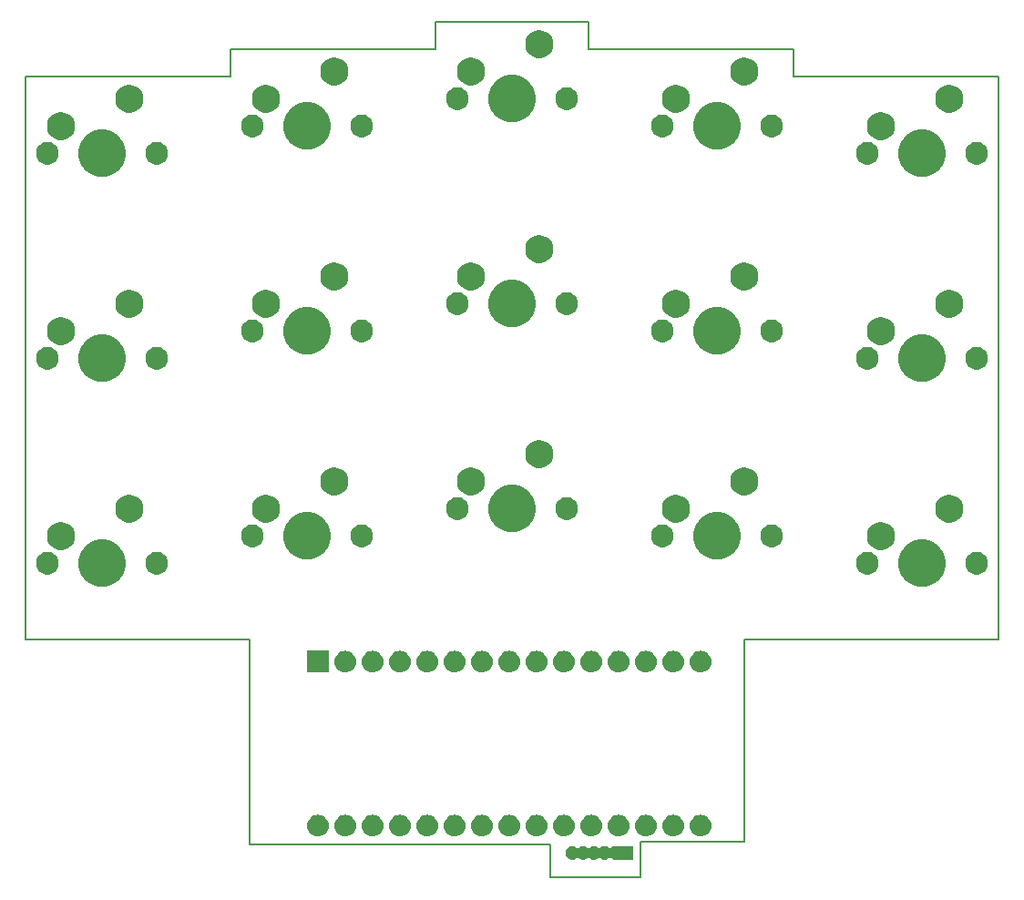
<source format=gbr>
%TF.GenerationSoftware,KiCad,Pcbnew,5.0.1-33cea8e~68~ubuntu18.04.1*%
%TF.CreationDate,2019-01-20T23:44:27+01:00*%
%TF.ProjectId,concertina-v2.1,636F6E63657274696E612D76322E312E,rev?*%
%TF.SameCoordinates,Original*%
%TF.FileFunction,Soldermask,Bot*%
%TF.FilePolarity,Negative*%
%FSLAX46Y46*%
G04 Gerber Fmt 4.6, Leading zero omitted, Abs format (unit mm)*
G04 Created by KiCad (PCBNEW 5.0.1-33cea8e~68~ubuntu18.04.1) date dim. 20 janv. 2019 23:44:27 CET*
%MOMM*%
%LPD*%
G01*
G04 APERTURE LIST*
%ADD10C,0.200000*%
%ADD11C,0.100000*%
G04 APERTURE END LIST*
D10*
X172212000Y-109220000D02*
X172212000Y-56896000D01*
X193040000Y-109220000D02*
X172212000Y-109220000D01*
X193040000Y-128270000D02*
X193040000Y-109220000D01*
X220980000Y-128270000D02*
X193040000Y-128270000D01*
X220980000Y-131318000D02*
X220980000Y-128270000D01*
X229362000Y-131318000D02*
X220980000Y-131318000D01*
X229362000Y-128016000D02*
X229362000Y-131318000D01*
X239014000Y-128016000D02*
X229362000Y-128016000D01*
X239014000Y-109220000D02*
X239014000Y-128016000D01*
X262636000Y-109220000D02*
X239014000Y-109220000D01*
X262636000Y-56896000D02*
X262636000Y-109220000D01*
X243586000Y-56896000D02*
X262636000Y-56896000D01*
X243586000Y-54356000D02*
X243586000Y-56896000D01*
X224536000Y-54356000D02*
X243586000Y-54356000D01*
X224536000Y-51816000D02*
X224536000Y-54356000D01*
X210312000Y-51816000D02*
X224536000Y-51816000D01*
X210312000Y-54356000D02*
X210312000Y-51816000D01*
X191262000Y-54356000D02*
X210312000Y-54356000D01*
X191262000Y-56896000D02*
X191262000Y-54356000D01*
X172212000Y-56896000D02*
X191262000Y-56896000D01*
D11*
G36*
X223150521Y-128416043D02*
X223268334Y-128451781D01*
X223376911Y-128509817D01*
X223448716Y-128568746D01*
X223469075Y-128582349D01*
X223491713Y-128591726D01*
X223515747Y-128596507D01*
X223540251Y-128596507D01*
X223564285Y-128591727D01*
X223586924Y-128582350D01*
X223607284Y-128568746D01*
X223679089Y-128509817D01*
X223787666Y-128451781D01*
X223905479Y-128416043D01*
X223997296Y-128407000D01*
X224058704Y-128407000D01*
X224150521Y-128416043D01*
X224268334Y-128451781D01*
X224376911Y-128509817D01*
X224448716Y-128568746D01*
X224469075Y-128582349D01*
X224491713Y-128591726D01*
X224515747Y-128596507D01*
X224540251Y-128596507D01*
X224564285Y-128591727D01*
X224586924Y-128582350D01*
X224607284Y-128568746D01*
X224679089Y-128509817D01*
X224787666Y-128451781D01*
X224905479Y-128416043D01*
X224997296Y-128407000D01*
X225058704Y-128407000D01*
X225150521Y-128416043D01*
X225268334Y-128451781D01*
X225376911Y-128509817D01*
X225448716Y-128568746D01*
X225469075Y-128582349D01*
X225491713Y-128591726D01*
X225515747Y-128596507D01*
X225540251Y-128596507D01*
X225564285Y-128591727D01*
X225586924Y-128582350D01*
X225607284Y-128568746D01*
X225679089Y-128509817D01*
X225787666Y-128451781D01*
X225905479Y-128416043D01*
X225997296Y-128407000D01*
X226058704Y-128407000D01*
X226150521Y-128416043D01*
X226268334Y-128451781D01*
X226376911Y-128509817D01*
X226448716Y-128568746D01*
X226469075Y-128582349D01*
X226491713Y-128591726D01*
X226515747Y-128596507D01*
X226540251Y-128596507D01*
X226564285Y-128591727D01*
X226586924Y-128582350D01*
X226607284Y-128568746D01*
X226679089Y-128509817D01*
X226787666Y-128451781D01*
X226905479Y-128416043D01*
X226997296Y-128407000D01*
X227058704Y-128407000D01*
X227150521Y-128416043D01*
X227241724Y-128443709D01*
X227265748Y-128448488D01*
X227290252Y-128448488D01*
X227314285Y-128443708D01*
X227336924Y-128434330D01*
X227357299Y-128420716D01*
X227371015Y-128407000D01*
X228653000Y-128407000D01*
X228653000Y-129657000D01*
X227370884Y-129657000D01*
X227366388Y-129651522D01*
X227347446Y-129635976D01*
X227325835Y-129624425D01*
X227302386Y-129617312D01*
X227278000Y-129614910D01*
X227253614Y-129617312D01*
X227241734Y-129620288D01*
X227150521Y-129647957D01*
X227058704Y-129657000D01*
X226997296Y-129657000D01*
X226905479Y-129647957D01*
X226787666Y-129612219D01*
X226679089Y-129554183D01*
X226607284Y-129495254D01*
X226586925Y-129481651D01*
X226564287Y-129472274D01*
X226540253Y-129467493D01*
X226515749Y-129467493D01*
X226491715Y-129472273D01*
X226469076Y-129481650D01*
X226448716Y-129495254D01*
X226376911Y-129554183D01*
X226268334Y-129612219D01*
X226150521Y-129647957D01*
X226058704Y-129657000D01*
X225997296Y-129657000D01*
X225905479Y-129647957D01*
X225787666Y-129612219D01*
X225679089Y-129554183D01*
X225607284Y-129495254D01*
X225586925Y-129481651D01*
X225564287Y-129472274D01*
X225540253Y-129467493D01*
X225515749Y-129467493D01*
X225491715Y-129472273D01*
X225469076Y-129481650D01*
X225448716Y-129495254D01*
X225376911Y-129554183D01*
X225268334Y-129612219D01*
X225150521Y-129647957D01*
X225058704Y-129657000D01*
X224997296Y-129657000D01*
X224905479Y-129647957D01*
X224787666Y-129612219D01*
X224679089Y-129554183D01*
X224607284Y-129495254D01*
X224586925Y-129481651D01*
X224564287Y-129472274D01*
X224540253Y-129467493D01*
X224515749Y-129467493D01*
X224491715Y-129472273D01*
X224469076Y-129481650D01*
X224448716Y-129495254D01*
X224376911Y-129554183D01*
X224268334Y-129612219D01*
X224150521Y-129647957D01*
X224058704Y-129657000D01*
X223997296Y-129657000D01*
X223905479Y-129647957D01*
X223787666Y-129612219D01*
X223679089Y-129554183D01*
X223607284Y-129495254D01*
X223586925Y-129481651D01*
X223564287Y-129472274D01*
X223540253Y-129467493D01*
X223515749Y-129467493D01*
X223491715Y-129472273D01*
X223469076Y-129481650D01*
X223448716Y-129495254D01*
X223376911Y-129554183D01*
X223268334Y-129612219D01*
X223150521Y-129647957D01*
X223058704Y-129657000D01*
X222997296Y-129657000D01*
X222905479Y-129647957D01*
X222787666Y-129612219D01*
X222679089Y-129554183D01*
X222583920Y-129476080D01*
X222505817Y-129380911D01*
X222447781Y-129272334D01*
X222412043Y-129154521D01*
X222399976Y-129032000D01*
X222412043Y-128909479D01*
X222447781Y-128791666D01*
X222505817Y-128683089D01*
X222583920Y-128587920D01*
X222679089Y-128509817D01*
X222787666Y-128451781D01*
X222905479Y-128416043D01*
X222997296Y-128407000D01*
X223058704Y-128407000D01*
X223150521Y-128416043D01*
X223150521Y-128416043D01*
G37*
G36*
X214826030Y-125506469D02*
X214826033Y-125506470D01*
X214826034Y-125506470D01*
X215014535Y-125563651D01*
X215014537Y-125563652D01*
X215188260Y-125656509D01*
X215340528Y-125781472D01*
X215465491Y-125933740D01*
X215558348Y-126107463D01*
X215615531Y-126295970D01*
X215634838Y-126492000D01*
X215615531Y-126688030D01*
X215558348Y-126876537D01*
X215465491Y-127050260D01*
X215340528Y-127202528D01*
X215188260Y-127327491D01*
X215188258Y-127327492D01*
X215014535Y-127420349D01*
X214826034Y-127477530D01*
X214826033Y-127477530D01*
X214826030Y-127477531D01*
X214679124Y-127492000D01*
X214580876Y-127492000D01*
X214433970Y-127477531D01*
X214433967Y-127477530D01*
X214433966Y-127477530D01*
X214245465Y-127420349D01*
X214071742Y-127327492D01*
X214071740Y-127327491D01*
X213919472Y-127202528D01*
X213794509Y-127050260D01*
X213701652Y-126876537D01*
X213644469Y-126688030D01*
X213625162Y-126492000D01*
X213644469Y-126295970D01*
X213701652Y-126107463D01*
X213794509Y-125933740D01*
X213919472Y-125781472D01*
X214071740Y-125656509D01*
X214245463Y-125563652D01*
X214245465Y-125563651D01*
X214433966Y-125506470D01*
X214433967Y-125506470D01*
X214433970Y-125506469D01*
X214580876Y-125492000D01*
X214679124Y-125492000D01*
X214826030Y-125506469D01*
X214826030Y-125506469D01*
G37*
G36*
X219906030Y-125506469D02*
X219906033Y-125506470D01*
X219906034Y-125506470D01*
X220094535Y-125563651D01*
X220094537Y-125563652D01*
X220268260Y-125656509D01*
X220420528Y-125781472D01*
X220545491Y-125933740D01*
X220638348Y-126107463D01*
X220695531Y-126295970D01*
X220714838Y-126492000D01*
X220695531Y-126688030D01*
X220638348Y-126876537D01*
X220545491Y-127050260D01*
X220420528Y-127202528D01*
X220268260Y-127327491D01*
X220268258Y-127327492D01*
X220094535Y-127420349D01*
X219906034Y-127477530D01*
X219906033Y-127477530D01*
X219906030Y-127477531D01*
X219759124Y-127492000D01*
X219660876Y-127492000D01*
X219513970Y-127477531D01*
X219513967Y-127477530D01*
X219513966Y-127477530D01*
X219325465Y-127420349D01*
X219151742Y-127327492D01*
X219151740Y-127327491D01*
X218999472Y-127202528D01*
X218874509Y-127050260D01*
X218781652Y-126876537D01*
X218724469Y-126688030D01*
X218705162Y-126492000D01*
X218724469Y-126295970D01*
X218781652Y-126107463D01*
X218874509Y-125933740D01*
X218999472Y-125781472D01*
X219151740Y-125656509D01*
X219325463Y-125563652D01*
X219325465Y-125563651D01*
X219513966Y-125506470D01*
X219513967Y-125506470D01*
X219513970Y-125506469D01*
X219660876Y-125492000D01*
X219759124Y-125492000D01*
X219906030Y-125506469D01*
X219906030Y-125506469D01*
G37*
G36*
X222446030Y-125506469D02*
X222446033Y-125506470D01*
X222446034Y-125506470D01*
X222634535Y-125563651D01*
X222634537Y-125563652D01*
X222808260Y-125656509D01*
X222960528Y-125781472D01*
X223085491Y-125933740D01*
X223178348Y-126107463D01*
X223235531Y-126295970D01*
X223254838Y-126492000D01*
X223235531Y-126688030D01*
X223178348Y-126876537D01*
X223085491Y-127050260D01*
X222960528Y-127202528D01*
X222808260Y-127327491D01*
X222808258Y-127327492D01*
X222634535Y-127420349D01*
X222446034Y-127477530D01*
X222446033Y-127477530D01*
X222446030Y-127477531D01*
X222299124Y-127492000D01*
X222200876Y-127492000D01*
X222053970Y-127477531D01*
X222053967Y-127477530D01*
X222053966Y-127477530D01*
X221865465Y-127420349D01*
X221691742Y-127327492D01*
X221691740Y-127327491D01*
X221539472Y-127202528D01*
X221414509Y-127050260D01*
X221321652Y-126876537D01*
X221264469Y-126688030D01*
X221245162Y-126492000D01*
X221264469Y-126295970D01*
X221321652Y-126107463D01*
X221414509Y-125933740D01*
X221539472Y-125781472D01*
X221691740Y-125656509D01*
X221865463Y-125563652D01*
X221865465Y-125563651D01*
X222053966Y-125506470D01*
X222053967Y-125506470D01*
X222053970Y-125506469D01*
X222200876Y-125492000D01*
X222299124Y-125492000D01*
X222446030Y-125506469D01*
X222446030Y-125506469D01*
G37*
G36*
X224986030Y-125506469D02*
X224986033Y-125506470D01*
X224986034Y-125506470D01*
X225174535Y-125563651D01*
X225174537Y-125563652D01*
X225348260Y-125656509D01*
X225500528Y-125781472D01*
X225625491Y-125933740D01*
X225718348Y-126107463D01*
X225775531Y-126295970D01*
X225794838Y-126492000D01*
X225775531Y-126688030D01*
X225718348Y-126876537D01*
X225625491Y-127050260D01*
X225500528Y-127202528D01*
X225348260Y-127327491D01*
X225348258Y-127327492D01*
X225174535Y-127420349D01*
X224986034Y-127477530D01*
X224986033Y-127477530D01*
X224986030Y-127477531D01*
X224839124Y-127492000D01*
X224740876Y-127492000D01*
X224593970Y-127477531D01*
X224593967Y-127477530D01*
X224593966Y-127477530D01*
X224405465Y-127420349D01*
X224231742Y-127327492D01*
X224231740Y-127327491D01*
X224079472Y-127202528D01*
X223954509Y-127050260D01*
X223861652Y-126876537D01*
X223804469Y-126688030D01*
X223785162Y-126492000D01*
X223804469Y-126295970D01*
X223861652Y-126107463D01*
X223954509Y-125933740D01*
X224079472Y-125781472D01*
X224231740Y-125656509D01*
X224405463Y-125563652D01*
X224405465Y-125563651D01*
X224593966Y-125506470D01*
X224593967Y-125506470D01*
X224593970Y-125506469D01*
X224740876Y-125492000D01*
X224839124Y-125492000D01*
X224986030Y-125506469D01*
X224986030Y-125506469D01*
G37*
G36*
X227526030Y-125506469D02*
X227526033Y-125506470D01*
X227526034Y-125506470D01*
X227714535Y-125563651D01*
X227714537Y-125563652D01*
X227888260Y-125656509D01*
X228040528Y-125781472D01*
X228165491Y-125933740D01*
X228258348Y-126107463D01*
X228315531Y-126295970D01*
X228334838Y-126492000D01*
X228315531Y-126688030D01*
X228258348Y-126876537D01*
X228165491Y-127050260D01*
X228040528Y-127202528D01*
X227888260Y-127327491D01*
X227888258Y-127327492D01*
X227714535Y-127420349D01*
X227526034Y-127477530D01*
X227526033Y-127477530D01*
X227526030Y-127477531D01*
X227379124Y-127492000D01*
X227280876Y-127492000D01*
X227133970Y-127477531D01*
X227133967Y-127477530D01*
X227133966Y-127477530D01*
X226945465Y-127420349D01*
X226771742Y-127327492D01*
X226771740Y-127327491D01*
X226619472Y-127202528D01*
X226494509Y-127050260D01*
X226401652Y-126876537D01*
X226344469Y-126688030D01*
X226325162Y-126492000D01*
X226344469Y-126295970D01*
X226401652Y-126107463D01*
X226494509Y-125933740D01*
X226619472Y-125781472D01*
X226771740Y-125656509D01*
X226945463Y-125563652D01*
X226945465Y-125563651D01*
X227133966Y-125506470D01*
X227133967Y-125506470D01*
X227133970Y-125506469D01*
X227280876Y-125492000D01*
X227379124Y-125492000D01*
X227526030Y-125506469D01*
X227526030Y-125506469D01*
G37*
G36*
X230066030Y-125506469D02*
X230066033Y-125506470D01*
X230066034Y-125506470D01*
X230254535Y-125563651D01*
X230254537Y-125563652D01*
X230428260Y-125656509D01*
X230580528Y-125781472D01*
X230705491Y-125933740D01*
X230798348Y-126107463D01*
X230855531Y-126295970D01*
X230874838Y-126492000D01*
X230855531Y-126688030D01*
X230798348Y-126876537D01*
X230705491Y-127050260D01*
X230580528Y-127202528D01*
X230428260Y-127327491D01*
X230428258Y-127327492D01*
X230254535Y-127420349D01*
X230066034Y-127477530D01*
X230066033Y-127477530D01*
X230066030Y-127477531D01*
X229919124Y-127492000D01*
X229820876Y-127492000D01*
X229673970Y-127477531D01*
X229673967Y-127477530D01*
X229673966Y-127477530D01*
X229485465Y-127420349D01*
X229311742Y-127327492D01*
X229311740Y-127327491D01*
X229159472Y-127202528D01*
X229034509Y-127050260D01*
X228941652Y-126876537D01*
X228884469Y-126688030D01*
X228865162Y-126492000D01*
X228884469Y-126295970D01*
X228941652Y-126107463D01*
X229034509Y-125933740D01*
X229159472Y-125781472D01*
X229311740Y-125656509D01*
X229485463Y-125563652D01*
X229485465Y-125563651D01*
X229673966Y-125506470D01*
X229673967Y-125506470D01*
X229673970Y-125506469D01*
X229820876Y-125492000D01*
X229919124Y-125492000D01*
X230066030Y-125506469D01*
X230066030Y-125506469D01*
G37*
G36*
X232606030Y-125506469D02*
X232606033Y-125506470D01*
X232606034Y-125506470D01*
X232794535Y-125563651D01*
X232794537Y-125563652D01*
X232968260Y-125656509D01*
X233120528Y-125781472D01*
X233245491Y-125933740D01*
X233338348Y-126107463D01*
X233395531Y-126295970D01*
X233414838Y-126492000D01*
X233395531Y-126688030D01*
X233338348Y-126876537D01*
X233245491Y-127050260D01*
X233120528Y-127202528D01*
X232968260Y-127327491D01*
X232968258Y-127327492D01*
X232794535Y-127420349D01*
X232606034Y-127477530D01*
X232606033Y-127477530D01*
X232606030Y-127477531D01*
X232459124Y-127492000D01*
X232360876Y-127492000D01*
X232213970Y-127477531D01*
X232213967Y-127477530D01*
X232213966Y-127477530D01*
X232025465Y-127420349D01*
X231851742Y-127327492D01*
X231851740Y-127327491D01*
X231699472Y-127202528D01*
X231574509Y-127050260D01*
X231481652Y-126876537D01*
X231424469Y-126688030D01*
X231405162Y-126492000D01*
X231424469Y-126295970D01*
X231481652Y-126107463D01*
X231574509Y-125933740D01*
X231699472Y-125781472D01*
X231851740Y-125656509D01*
X232025463Y-125563652D01*
X232025465Y-125563651D01*
X232213966Y-125506470D01*
X232213967Y-125506470D01*
X232213970Y-125506469D01*
X232360876Y-125492000D01*
X232459124Y-125492000D01*
X232606030Y-125506469D01*
X232606030Y-125506469D01*
G37*
G36*
X212286030Y-125506469D02*
X212286033Y-125506470D01*
X212286034Y-125506470D01*
X212474535Y-125563651D01*
X212474537Y-125563652D01*
X212648260Y-125656509D01*
X212800528Y-125781472D01*
X212925491Y-125933740D01*
X213018348Y-126107463D01*
X213075531Y-126295970D01*
X213094838Y-126492000D01*
X213075531Y-126688030D01*
X213018348Y-126876537D01*
X212925491Y-127050260D01*
X212800528Y-127202528D01*
X212648260Y-127327491D01*
X212648258Y-127327492D01*
X212474535Y-127420349D01*
X212286034Y-127477530D01*
X212286033Y-127477530D01*
X212286030Y-127477531D01*
X212139124Y-127492000D01*
X212040876Y-127492000D01*
X211893970Y-127477531D01*
X211893967Y-127477530D01*
X211893966Y-127477530D01*
X211705465Y-127420349D01*
X211531742Y-127327492D01*
X211531740Y-127327491D01*
X211379472Y-127202528D01*
X211254509Y-127050260D01*
X211161652Y-126876537D01*
X211104469Y-126688030D01*
X211085162Y-126492000D01*
X211104469Y-126295970D01*
X211161652Y-126107463D01*
X211254509Y-125933740D01*
X211379472Y-125781472D01*
X211531740Y-125656509D01*
X211705463Y-125563652D01*
X211705465Y-125563651D01*
X211893966Y-125506470D01*
X211893967Y-125506470D01*
X211893970Y-125506469D01*
X212040876Y-125492000D01*
X212139124Y-125492000D01*
X212286030Y-125506469D01*
X212286030Y-125506469D01*
G37*
G36*
X209746030Y-125506469D02*
X209746033Y-125506470D01*
X209746034Y-125506470D01*
X209934535Y-125563651D01*
X209934537Y-125563652D01*
X210108260Y-125656509D01*
X210260528Y-125781472D01*
X210385491Y-125933740D01*
X210478348Y-126107463D01*
X210535531Y-126295970D01*
X210554838Y-126492000D01*
X210535531Y-126688030D01*
X210478348Y-126876537D01*
X210385491Y-127050260D01*
X210260528Y-127202528D01*
X210108260Y-127327491D01*
X210108258Y-127327492D01*
X209934535Y-127420349D01*
X209746034Y-127477530D01*
X209746033Y-127477530D01*
X209746030Y-127477531D01*
X209599124Y-127492000D01*
X209500876Y-127492000D01*
X209353970Y-127477531D01*
X209353967Y-127477530D01*
X209353966Y-127477530D01*
X209165465Y-127420349D01*
X208991742Y-127327492D01*
X208991740Y-127327491D01*
X208839472Y-127202528D01*
X208714509Y-127050260D01*
X208621652Y-126876537D01*
X208564469Y-126688030D01*
X208545162Y-126492000D01*
X208564469Y-126295970D01*
X208621652Y-126107463D01*
X208714509Y-125933740D01*
X208839472Y-125781472D01*
X208991740Y-125656509D01*
X209165463Y-125563652D01*
X209165465Y-125563651D01*
X209353966Y-125506470D01*
X209353967Y-125506470D01*
X209353970Y-125506469D01*
X209500876Y-125492000D01*
X209599124Y-125492000D01*
X209746030Y-125506469D01*
X209746030Y-125506469D01*
G37*
G36*
X207206030Y-125506469D02*
X207206033Y-125506470D01*
X207206034Y-125506470D01*
X207394535Y-125563651D01*
X207394537Y-125563652D01*
X207568260Y-125656509D01*
X207720528Y-125781472D01*
X207845491Y-125933740D01*
X207938348Y-126107463D01*
X207995531Y-126295970D01*
X208014838Y-126492000D01*
X207995531Y-126688030D01*
X207938348Y-126876537D01*
X207845491Y-127050260D01*
X207720528Y-127202528D01*
X207568260Y-127327491D01*
X207568258Y-127327492D01*
X207394535Y-127420349D01*
X207206034Y-127477530D01*
X207206033Y-127477530D01*
X207206030Y-127477531D01*
X207059124Y-127492000D01*
X206960876Y-127492000D01*
X206813970Y-127477531D01*
X206813967Y-127477530D01*
X206813966Y-127477530D01*
X206625465Y-127420349D01*
X206451742Y-127327492D01*
X206451740Y-127327491D01*
X206299472Y-127202528D01*
X206174509Y-127050260D01*
X206081652Y-126876537D01*
X206024469Y-126688030D01*
X206005162Y-126492000D01*
X206024469Y-126295970D01*
X206081652Y-126107463D01*
X206174509Y-125933740D01*
X206299472Y-125781472D01*
X206451740Y-125656509D01*
X206625463Y-125563652D01*
X206625465Y-125563651D01*
X206813966Y-125506470D01*
X206813967Y-125506470D01*
X206813970Y-125506469D01*
X206960876Y-125492000D01*
X207059124Y-125492000D01*
X207206030Y-125506469D01*
X207206030Y-125506469D01*
G37*
G36*
X204666030Y-125506469D02*
X204666033Y-125506470D01*
X204666034Y-125506470D01*
X204854535Y-125563651D01*
X204854537Y-125563652D01*
X205028260Y-125656509D01*
X205180528Y-125781472D01*
X205305491Y-125933740D01*
X205398348Y-126107463D01*
X205455531Y-126295970D01*
X205474838Y-126492000D01*
X205455531Y-126688030D01*
X205398348Y-126876537D01*
X205305491Y-127050260D01*
X205180528Y-127202528D01*
X205028260Y-127327491D01*
X205028258Y-127327492D01*
X204854535Y-127420349D01*
X204666034Y-127477530D01*
X204666033Y-127477530D01*
X204666030Y-127477531D01*
X204519124Y-127492000D01*
X204420876Y-127492000D01*
X204273970Y-127477531D01*
X204273967Y-127477530D01*
X204273966Y-127477530D01*
X204085465Y-127420349D01*
X203911742Y-127327492D01*
X203911740Y-127327491D01*
X203759472Y-127202528D01*
X203634509Y-127050260D01*
X203541652Y-126876537D01*
X203484469Y-126688030D01*
X203465162Y-126492000D01*
X203484469Y-126295970D01*
X203541652Y-126107463D01*
X203634509Y-125933740D01*
X203759472Y-125781472D01*
X203911740Y-125656509D01*
X204085463Y-125563652D01*
X204085465Y-125563651D01*
X204273966Y-125506470D01*
X204273967Y-125506470D01*
X204273970Y-125506469D01*
X204420876Y-125492000D01*
X204519124Y-125492000D01*
X204666030Y-125506469D01*
X204666030Y-125506469D01*
G37*
G36*
X202126030Y-125506469D02*
X202126033Y-125506470D01*
X202126034Y-125506470D01*
X202314535Y-125563651D01*
X202314537Y-125563652D01*
X202488260Y-125656509D01*
X202640528Y-125781472D01*
X202765491Y-125933740D01*
X202858348Y-126107463D01*
X202915531Y-126295970D01*
X202934838Y-126492000D01*
X202915531Y-126688030D01*
X202858348Y-126876537D01*
X202765491Y-127050260D01*
X202640528Y-127202528D01*
X202488260Y-127327491D01*
X202488258Y-127327492D01*
X202314535Y-127420349D01*
X202126034Y-127477530D01*
X202126033Y-127477530D01*
X202126030Y-127477531D01*
X201979124Y-127492000D01*
X201880876Y-127492000D01*
X201733970Y-127477531D01*
X201733967Y-127477530D01*
X201733966Y-127477530D01*
X201545465Y-127420349D01*
X201371742Y-127327492D01*
X201371740Y-127327491D01*
X201219472Y-127202528D01*
X201094509Y-127050260D01*
X201001652Y-126876537D01*
X200944469Y-126688030D01*
X200925162Y-126492000D01*
X200944469Y-126295970D01*
X201001652Y-126107463D01*
X201094509Y-125933740D01*
X201219472Y-125781472D01*
X201371740Y-125656509D01*
X201545463Y-125563652D01*
X201545465Y-125563651D01*
X201733966Y-125506470D01*
X201733967Y-125506470D01*
X201733970Y-125506469D01*
X201880876Y-125492000D01*
X201979124Y-125492000D01*
X202126030Y-125506469D01*
X202126030Y-125506469D01*
G37*
G36*
X199586030Y-125506469D02*
X199586033Y-125506470D01*
X199586034Y-125506470D01*
X199774535Y-125563651D01*
X199774537Y-125563652D01*
X199948260Y-125656509D01*
X200100528Y-125781472D01*
X200225491Y-125933740D01*
X200318348Y-126107463D01*
X200375531Y-126295970D01*
X200394838Y-126492000D01*
X200375531Y-126688030D01*
X200318348Y-126876537D01*
X200225491Y-127050260D01*
X200100528Y-127202528D01*
X199948260Y-127327491D01*
X199948258Y-127327492D01*
X199774535Y-127420349D01*
X199586034Y-127477530D01*
X199586033Y-127477530D01*
X199586030Y-127477531D01*
X199439124Y-127492000D01*
X199340876Y-127492000D01*
X199193970Y-127477531D01*
X199193967Y-127477530D01*
X199193966Y-127477530D01*
X199005465Y-127420349D01*
X198831742Y-127327492D01*
X198831740Y-127327491D01*
X198679472Y-127202528D01*
X198554509Y-127050260D01*
X198461652Y-126876537D01*
X198404469Y-126688030D01*
X198385162Y-126492000D01*
X198404469Y-126295970D01*
X198461652Y-126107463D01*
X198554509Y-125933740D01*
X198679472Y-125781472D01*
X198831740Y-125656509D01*
X199005463Y-125563652D01*
X199005465Y-125563651D01*
X199193966Y-125506470D01*
X199193967Y-125506470D01*
X199193970Y-125506469D01*
X199340876Y-125492000D01*
X199439124Y-125492000D01*
X199586030Y-125506469D01*
X199586030Y-125506469D01*
G37*
G36*
X235146030Y-125506469D02*
X235146033Y-125506470D01*
X235146034Y-125506470D01*
X235334535Y-125563651D01*
X235334537Y-125563652D01*
X235508260Y-125656509D01*
X235660528Y-125781472D01*
X235785491Y-125933740D01*
X235878348Y-126107463D01*
X235935531Y-126295970D01*
X235954838Y-126492000D01*
X235935531Y-126688030D01*
X235878348Y-126876537D01*
X235785491Y-127050260D01*
X235660528Y-127202528D01*
X235508260Y-127327491D01*
X235508258Y-127327492D01*
X235334535Y-127420349D01*
X235146034Y-127477530D01*
X235146033Y-127477530D01*
X235146030Y-127477531D01*
X234999124Y-127492000D01*
X234900876Y-127492000D01*
X234753970Y-127477531D01*
X234753967Y-127477530D01*
X234753966Y-127477530D01*
X234565465Y-127420349D01*
X234391742Y-127327492D01*
X234391740Y-127327491D01*
X234239472Y-127202528D01*
X234114509Y-127050260D01*
X234021652Y-126876537D01*
X233964469Y-126688030D01*
X233945162Y-126492000D01*
X233964469Y-126295970D01*
X234021652Y-126107463D01*
X234114509Y-125933740D01*
X234239472Y-125781472D01*
X234391740Y-125656509D01*
X234565463Y-125563652D01*
X234565465Y-125563651D01*
X234753966Y-125506470D01*
X234753967Y-125506470D01*
X234753970Y-125506469D01*
X234900876Y-125492000D01*
X234999124Y-125492000D01*
X235146030Y-125506469D01*
X235146030Y-125506469D01*
G37*
G36*
X217366030Y-125506469D02*
X217366033Y-125506470D01*
X217366034Y-125506470D01*
X217554535Y-125563651D01*
X217554537Y-125563652D01*
X217728260Y-125656509D01*
X217880528Y-125781472D01*
X218005491Y-125933740D01*
X218098348Y-126107463D01*
X218155531Y-126295970D01*
X218174838Y-126492000D01*
X218155531Y-126688030D01*
X218098348Y-126876537D01*
X218005491Y-127050260D01*
X217880528Y-127202528D01*
X217728260Y-127327491D01*
X217728258Y-127327492D01*
X217554535Y-127420349D01*
X217366034Y-127477530D01*
X217366033Y-127477530D01*
X217366030Y-127477531D01*
X217219124Y-127492000D01*
X217120876Y-127492000D01*
X216973970Y-127477531D01*
X216973967Y-127477530D01*
X216973966Y-127477530D01*
X216785465Y-127420349D01*
X216611742Y-127327492D01*
X216611740Y-127327491D01*
X216459472Y-127202528D01*
X216334509Y-127050260D01*
X216241652Y-126876537D01*
X216184469Y-126688030D01*
X216165162Y-126492000D01*
X216184469Y-126295970D01*
X216241652Y-126107463D01*
X216334509Y-125933740D01*
X216459472Y-125781472D01*
X216611740Y-125656509D01*
X216785463Y-125563652D01*
X216785465Y-125563651D01*
X216973966Y-125506470D01*
X216973967Y-125506470D01*
X216973970Y-125506469D01*
X217120876Y-125492000D01*
X217219124Y-125492000D01*
X217366030Y-125506469D01*
X217366030Y-125506469D01*
G37*
G36*
X222446030Y-110266469D02*
X222446033Y-110266470D01*
X222446034Y-110266470D01*
X222634535Y-110323651D01*
X222634537Y-110323652D01*
X222808260Y-110416509D01*
X222960528Y-110541472D01*
X223085491Y-110693740D01*
X223178348Y-110867463D01*
X223235531Y-111055970D01*
X223254838Y-111252000D01*
X223235531Y-111448030D01*
X223178348Y-111636537D01*
X223085491Y-111810260D01*
X222960528Y-111962528D01*
X222808260Y-112087491D01*
X222808258Y-112087492D01*
X222634535Y-112180349D01*
X222446034Y-112237530D01*
X222446033Y-112237530D01*
X222446030Y-112237531D01*
X222299124Y-112252000D01*
X222200876Y-112252000D01*
X222053970Y-112237531D01*
X222053967Y-112237530D01*
X222053966Y-112237530D01*
X221865465Y-112180349D01*
X221691742Y-112087492D01*
X221691740Y-112087491D01*
X221539472Y-111962528D01*
X221414509Y-111810260D01*
X221321652Y-111636537D01*
X221264469Y-111448030D01*
X221245162Y-111252000D01*
X221264469Y-111055970D01*
X221321652Y-110867463D01*
X221414509Y-110693740D01*
X221539472Y-110541472D01*
X221691740Y-110416509D01*
X221865463Y-110323652D01*
X221865465Y-110323651D01*
X222053966Y-110266470D01*
X222053967Y-110266470D01*
X222053970Y-110266469D01*
X222200876Y-110252000D01*
X222299124Y-110252000D01*
X222446030Y-110266469D01*
X222446030Y-110266469D01*
G37*
G36*
X200390000Y-112252000D02*
X198390000Y-112252000D01*
X198390000Y-110252000D01*
X200390000Y-110252000D01*
X200390000Y-112252000D01*
X200390000Y-112252000D01*
G37*
G36*
X202126030Y-110266469D02*
X202126033Y-110266470D01*
X202126034Y-110266470D01*
X202314535Y-110323651D01*
X202314537Y-110323652D01*
X202488260Y-110416509D01*
X202640528Y-110541472D01*
X202765491Y-110693740D01*
X202858348Y-110867463D01*
X202915531Y-111055970D01*
X202934838Y-111252000D01*
X202915531Y-111448030D01*
X202858348Y-111636537D01*
X202765491Y-111810260D01*
X202640528Y-111962528D01*
X202488260Y-112087491D01*
X202488258Y-112087492D01*
X202314535Y-112180349D01*
X202126034Y-112237530D01*
X202126033Y-112237530D01*
X202126030Y-112237531D01*
X201979124Y-112252000D01*
X201880876Y-112252000D01*
X201733970Y-112237531D01*
X201733967Y-112237530D01*
X201733966Y-112237530D01*
X201545465Y-112180349D01*
X201371742Y-112087492D01*
X201371740Y-112087491D01*
X201219472Y-111962528D01*
X201094509Y-111810260D01*
X201001652Y-111636537D01*
X200944469Y-111448030D01*
X200925162Y-111252000D01*
X200944469Y-111055970D01*
X201001652Y-110867463D01*
X201094509Y-110693740D01*
X201219472Y-110541472D01*
X201371740Y-110416509D01*
X201545463Y-110323652D01*
X201545465Y-110323651D01*
X201733966Y-110266470D01*
X201733967Y-110266470D01*
X201733970Y-110266469D01*
X201880876Y-110252000D01*
X201979124Y-110252000D01*
X202126030Y-110266469D01*
X202126030Y-110266469D01*
G37*
G36*
X204666030Y-110266469D02*
X204666033Y-110266470D01*
X204666034Y-110266470D01*
X204854535Y-110323651D01*
X204854537Y-110323652D01*
X205028260Y-110416509D01*
X205180528Y-110541472D01*
X205305491Y-110693740D01*
X205398348Y-110867463D01*
X205455531Y-111055970D01*
X205474838Y-111252000D01*
X205455531Y-111448030D01*
X205398348Y-111636537D01*
X205305491Y-111810260D01*
X205180528Y-111962528D01*
X205028260Y-112087491D01*
X205028258Y-112087492D01*
X204854535Y-112180349D01*
X204666034Y-112237530D01*
X204666033Y-112237530D01*
X204666030Y-112237531D01*
X204519124Y-112252000D01*
X204420876Y-112252000D01*
X204273970Y-112237531D01*
X204273967Y-112237530D01*
X204273966Y-112237530D01*
X204085465Y-112180349D01*
X203911742Y-112087492D01*
X203911740Y-112087491D01*
X203759472Y-111962528D01*
X203634509Y-111810260D01*
X203541652Y-111636537D01*
X203484469Y-111448030D01*
X203465162Y-111252000D01*
X203484469Y-111055970D01*
X203541652Y-110867463D01*
X203634509Y-110693740D01*
X203759472Y-110541472D01*
X203911740Y-110416509D01*
X204085463Y-110323652D01*
X204085465Y-110323651D01*
X204273966Y-110266470D01*
X204273967Y-110266470D01*
X204273970Y-110266469D01*
X204420876Y-110252000D01*
X204519124Y-110252000D01*
X204666030Y-110266469D01*
X204666030Y-110266469D01*
G37*
G36*
X207206030Y-110266469D02*
X207206033Y-110266470D01*
X207206034Y-110266470D01*
X207394535Y-110323651D01*
X207394537Y-110323652D01*
X207568260Y-110416509D01*
X207720528Y-110541472D01*
X207845491Y-110693740D01*
X207938348Y-110867463D01*
X207995531Y-111055970D01*
X208014838Y-111252000D01*
X207995531Y-111448030D01*
X207938348Y-111636537D01*
X207845491Y-111810260D01*
X207720528Y-111962528D01*
X207568260Y-112087491D01*
X207568258Y-112087492D01*
X207394535Y-112180349D01*
X207206034Y-112237530D01*
X207206033Y-112237530D01*
X207206030Y-112237531D01*
X207059124Y-112252000D01*
X206960876Y-112252000D01*
X206813970Y-112237531D01*
X206813967Y-112237530D01*
X206813966Y-112237530D01*
X206625465Y-112180349D01*
X206451742Y-112087492D01*
X206451740Y-112087491D01*
X206299472Y-111962528D01*
X206174509Y-111810260D01*
X206081652Y-111636537D01*
X206024469Y-111448030D01*
X206005162Y-111252000D01*
X206024469Y-111055970D01*
X206081652Y-110867463D01*
X206174509Y-110693740D01*
X206299472Y-110541472D01*
X206451740Y-110416509D01*
X206625463Y-110323652D01*
X206625465Y-110323651D01*
X206813966Y-110266470D01*
X206813967Y-110266470D01*
X206813970Y-110266469D01*
X206960876Y-110252000D01*
X207059124Y-110252000D01*
X207206030Y-110266469D01*
X207206030Y-110266469D01*
G37*
G36*
X209746030Y-110266469D02*
X209746033Y-110266470D01*
X209746034Y-110266470D01*
X209934535Y-110323651D01*
X209934537Y-110323652D01*
X210108260Y-110416509D01*
X210260528Y-110541472D01*
X210385491Y-110693740D01*
X210478348Y-110867463D01*
X210535531Y-111055970D01*
X210554838Y-111252000D01*
X210535531Y-111448030D01*
X210478348Y-111636537D01*
X210385491Y-111810260D01*
X210260528Y-111962528D01*
X210108260Y-112087491D01*
X210108258Y-112087492D01*
X209934535Y-112180349D01*
X209746034Y-112237530D01*
X209746033Y-112237530D01*
X209746030Y-112237531D01*
X209599124Y-112252000D01*
X209500876Y-112252000D01*
X209353970Y-112237531D01*
X209353967Y-112237530D01*
X209353966Y-112237530D01*
X209165465Y-112180349D01*
X208991742Y-112087492D01*
X208991740Y-112087491D01*
X208839472Y-111962528D01*
X208714509Y-111810260D01*
X208621652Y-111636537D01*
X208564469Y-111448030D01*
X208545162Y-111252000D01*
X208564469Y-111055970D01*
X208621652Y-110867463D01*
X208714509Y-110693740D01*
X208839472Y-110541472D01*
X208991740Y-110416509D01*
X209165463Y-110323652D01*
X209165465Y-110323651D01*
X209353966Y-110266470D01*
X209353967Y-110266470D01*
X209353970Y-110266469D01*
X209500876Y-110252000D01*
X209599124Y-110252000D01*
X209746030Y-110266469D01*
X209746030Y-110266469D01*
G37*
G36*
X212286030Y-110266469D02*
X212286033Y-110266470D01*
X212286034Y-110266470D01*
X212474535Y-110323651D01*
X212474537Y-110323652D01*
X212648260Y-110416509D01*
X212800528Y-110541472D01*
X212925491Y-110693740D01*
X213018348Y-110867463D01*
X213075531Y-111055970D01*
X213094838Y-111252000D01*
X213075531Y-111448030D01*
X213018348Y-111636537D01*
X212925491Y-111810260D01*
X212800528Y-111962528D01*
X212648260Y-112087491D01*
X212648258Y-112087492D01*
X212474535Y-112180349D01*
X212286034Y-112237530D01*
X212286033Y-112237530D01*
X212286030Y-112237531D01*
X212139124Y-112252000D01*
X212040876Y-112252000D01*
X211893970Y-112237531D01*
X211893967Y-112237530D01*
X211893966Y-112237530D01*
X211705465Y-112180349D01*
X211531742Y-112087492D01*
X211531740Y-112087491D01*
X211379472Y-111962528D01*
X211254509Y-111810260D01*
X211161652Y-111636537D01*
X211104469Y-111448030D01*
X211085162Y-111252000D01*
X211104469Y-111055970D01*
X211161652Y-110867463D01*
X211254509Y-110693740D01*
X211379472Y-110541472D01*
X211531740Y-110416509D01*
X211705463Y-110323652D01*
X211705465Y-110323651D01*
X211893966Y-110266470D01*
X211893967Y-110266470D01*
X211893970Y-110266469D01*
X212040876Y-110252000D01*
X212139124Y-110252000D01*
X212286030Y-110266469D01*
X212286030Y-110266469D01*
G37*
G36*
X214826030Y-110266469D02*
X214826033Y-110266470D01*
X214826034Y-110266470D01*
X215014535Y-110323651D01*
X215014537Y-110323652D01*
X215188260Y-110416509D01*
X215340528Y-110541472D01*
X215465491Y-110693740D01*
X215558348Y-110867463D01*
X215615531Y-111055970D01*
X215634838Y-111252000D01*
X215615531Y-111448030D01*
X215558348Y-111636537D01*
X215465491Y-111810260D01*
X215340528Y-111962528D01*
X215188260Y-112087491D01*
X215188258Y-112087492D01*
X215014535Y-112180349D01*
X214826034Y-112237530D01*
X214826033Y-112237530D01*
X214826030Y-112237531D01*
X214679124Y-112252000D01*
X214580876Y-112252000D01*
X214433970Y-112237531D01*
X214433967Y-112237530D01*
X214433966Y-112237530D01*
X214245465Y-112180349D01*
X214071742Y-112087492D01*
X214071740Y-112087491D01*
X213919472Y-111962528D01*
X213794509Y-111810260D01*
X213701652Y-111636537D01*
X213644469Y-111448030D01*
X213625162Y-111252000D01*
X213644469Y-111055970D01*
X213701652Y-110867463D01*
X213794509Y-110693740D01*
X213919472Y-110541472D01*
X214071740Y-110416509D01*
X214245463Y-110323652D01*
X214245465Y-110323651D01*
X214433966Y-110266470D01*
X214433967Y-110266470D01*
X214433970Y-110266469D01*
X214580876Y-110252000D01*
X214679124Y-110252000D01*
X214826030Y-110266469D01*
X214826030Y-110266469D01*
G37*
G36*
X235146030Y-110266469D02*
X235146033Y-110266470D01*
X235146034Y-110266470D01*
X235334535Y-110323651D01*
X235334537Y-110323652D01*
X235508260Y-110416509D01*
X235660528Y-110541472D01*
X235785491Y-110693740D01*
X235878348Y-110867463D01*
X235935531Y-111055970D01*
X235954838Y-111252000D01*
X235935531Y-111448030D01*
X235878348Y-111636537D01*
X235785491Y-111810260D01*
X235660528Y-111962528D01*
X235508260Y-112087491D01*
X235508258Y-112087492D01*
X235334535Y-112180349D01*
X235146034Y-112237530D01*
X235146033Y-112237530D01*
X235146030Y-112237531D01*
X234999124Y-112252000D01*
X234900876Y-112252000D01*
X234753970Y-112237531D01*
X234753967Y-112237530D01*
X234753966Y-112237530D01*
X234565465Y-112180349D01*
X234391742Y-112087492D01*
X234391740Y-112087491D01*
X234239472Y-111962528D01*
X234114509Y-111810260D01*
X234021652Y-111636537D01*
X233964469Y-111448030D01*
X233945162Y-111252000D01*
X233964469Y-111055970D01*
X234021652Y-110867463D01*
X234114509Y-110693740D01*
X234239472Y-110541472D01*
X234391740Y-110416509D01*
X234565463Y-110323652D01*
X234565465Y-110323651D01*
X234753966Y-110266470D01*
X234753967Y-110266470D01*
X234753970Y-110266469D01*
X234900876Y-110252000D01*
X234999124Y-110252000D01*
X235146030Y-110266469D01*
X235146030Y-110266469D01*
G37*
G36*
X219906030Y-110266469D02*
X219906033Y-110266470D01*
X219906034Y-110266470D01*
X220094535Y-110323651D01*
X220094537Y-110323652D01*
X220268260Y-110416509D01*
X220420528Y-110541472D01*
X220545491Y-110693740D01*
X220638348Y-110867463D01*
X220695531Y-111055970D01*
X220714838Y-111252000D01*
X220695531Y-111448030D01*
X220638348Y-111636537D01*
X220545491Y-111810260D01*
X220420528Y-111962528D01*
X220268260Y-112087491D01*
X220268258Y-112087492D01*
X220094535Y-112180349D01*
X219906034Y-112237530D01*
X219906033Y-112237530D01*
X219906030Y-112237531D01*
X219759124Y-112252000D01*
X219660876Y-112252000D01*
X219513970Y-112237531D01*
X219513967Y-112237530D01*
X219513966Y-112237530D01*
X219325465Y-112180349D01*
X219151742Y-112087492D01*
X219151740Y-112087491D01*
X218999472Y-111962528D01*
X218874509Y-111810260D01*
X218781652Y-111636537D01*
X218724469Y-111448030D01*
X218705162Y-111252000D01*
X218724469Y-111055970D01*
X218781652Y-110867463D01*
X218874509Y-110693740D01*
X218999472Y-110541472D01*
X219151740Y-110416509D01*
X219325463Y-110323652D01*
X219325465Y-110323651D01*
X219513966Y-110266470D01*
X219513967Y-110266470D01*
X219513970Y-110266469D01*
X219660876Y-110252000D01*
X219759124Y-110252000D01*
X219906030Y-110266469D01*
X219906030Y-110266469D01*
G37*
G36*
X230066030Y-110266469D02*
X230066033Y-110266470D01*
X230066034Y-110266470D01*
X230254535Y-110323651D01*
X230254537Y-110323652D01*
X230428260Y-110416509D01*
X230580528Y-110541472D01*
X230705491Y-110693740D01*
X230798348Y-110867463D01*
X230855531Y-111055970D01*
X230874838Y-111252000D01*
X230855531Y-111448030D01*
X230798348Y-111636537D01*
X230705491Y-111810260D01*
X230580528Y-111962528D01*
X230428260Y-112087491D01*
X230428258Y-112087492D01*
X230254535Y-112180349D01*
X230066034Y-112237530D01*
X230066033Y-112237530D01*
X230066030Y-112237531D01*
X229919124Y-112252000D01*
X229820876Y-112252000D01*
X229673970Y-112237531D01*
X229673967Y-112237530D01*
X229673966Y-112237530D01*
X229485465Y-112180349D01*
X229311742Y-112087492D01*
X229311740Y-112087491D01*
X229159472Y-111962528D01*
X229034509Y-111810260D01*
X228941652Y-111636537D01*
X228884469Y-111448030D01*
X228865162Y-111252000D01*
X228884469Y-111055970D01*
X228941652Y-110867463D01*
X229034509Y-110693740D01*
X229159472Y-110541472D01*
X229311740Y-110416509D01*
X229485463Y-110323652D01*
X229485465Y-110323651D01*
X229673966Y-110266470D01*
X229673967Y-110266470D01*
X229673970Y-110266469D01*
X229820876Y-110252000D01*
X229919124Y-110252000D01*
X230066030Y-110266469D01*
X230066030Y-110266469D01*
G37*
G36*
X224986030Y-110266469D02*
X224986033Y-110266470D01*
X224986034Y-110266470D01*
X225174535Y-110323651D01*
X225174537Y-110323652D01*
X225348260Y-110416509D01*
X225500528Y-110541472D01*
X225625491Y-110693740D01*
X225718348Y-110867463D01*
X225775531Y-111055970D01*
X225794838Y-111252000D01*
X225775531Y-111448030D01*
X225718348Y-111636537D01*
X225625491Y-111810260D01*
X225500528Y-111962528D01*
X225348260Y-112087491D01*
X225348258Y-112087492D01*
X225174535Y-112180349D01*
X224986034Y-112237530D01*
X224986033Y-112237530D01*
X224986030Y-112237531D01*
X224839124Y-112252000D01*
X224740876Y-112252000D01*
X224593970Y-112237531D01*
X224593967Y-112237530D01*
X224593966Y-112237530D01*
X224405465Y-112180349D01*
X224231742Y-112087492D01*
X224231740Y-112087491D01*
X224079472Y-111962528D01*
X223954509Y-111810260D01*
X223861652Y-111636537D01*
X223804469Y-111448030D01*
X223785162Y-111252000D01*
X223804469Y-111055970D01*
X223861652Y-110867463D01*
X223954509Y-110693740D01*
X224079472Y-110541472D01*
X224231740Y-110416509D01*
X224405463Y-110323652D01*
X224405465Y-110323651D01*
X224593966Y-110266470D01*
X224593967Y-110266470D01*
X224593970Y-110266469D01*
X224740876Y-110252000D01*
X224839124Y-110252000D01*
X224986030Y-110266469D01*
X224986030Y-110266469D01*
G37*
G36*
X227526030Y-110266469D02*
X227526033Y-110266470D01*
X227526034Y-110266470D01*
X227714535Y-110323651D01*
X227714537Y-110323652D01*
X227888260Y-110416509D01*
X228040528Y-110541472D01*
X228165491Y-110693740D01*
X228258348Y-110867463D01*
X228315531Y-111055970D01*
X228334838Y-111252000D01*
X228315531Y-111448030D01*
X228258348Y-111636537D01*
X228165491Y-111810260D01*
X228040528Y-111962528D01*
X227888260Y-112087491D01*
X227888258Y-112087492D01*
X227714535Y-112180349D01*
X227526034Y-112237530D01*
X227526033Y-112237530D01*
X227526030Y-112237531D01*
X227379124Y-112252000D01*
X227280876Y-112252000D01*
X227133970Y-112237531D01*
X227133967Y-112237530D01*
X227133966Y-112237530D01*
X226945465Y-112180349D01*
X226771742Y-112087492D01*
X226771740Y-112087491D01*
X226619472Y-111962528D01*
X226494509Y-111810260D01*
X226401652Y-111636537D01*
X226344469Y-111448030D01*
X226325162Y-111252000D01*
X226344469Y-111055970D01*
X226401652Y-110867463D01*
X226494509Y-110693740D01*
X226619472Y-110541472D01*
X226771740Y-110416509D01*
X226945463Y-110323652D01*
X226945465Y-110323651D01*
X227133966Y-110266470D01*
X227133967Y-110266470D01*
X227133970Y-110266469D01*
X227280876Y-110252000D01*
X227379124Y-110252000D01*
X227526030Y-110266469D01*
X227526030Y-110266469D01*
G37*
G36*
X232606030Y-110266469D02*
X232606033Y-110266470D01*
X232606034Y-110266470D01*
X232794535Y-110323651D01*
X232794537Y-110323652D01*
X232968260Y-110416509D01*
X233120528Y-110541472D01*
X233245491Y-110693740D01*
X233338348Y-110867463D01*
X233395531Y-111055970D01*
X233414838Y-111252000D01*
X233395531Y-111448030D01*
X233338348Y-111636537D01*
X233245491Y-111810260D01*
X233120528Y-111962528D01*
X232968260Y-112087491D01*
X232968258Y-112087492D01*
X232794535Y-112180349D01*
X232606034Y-112237530D01*
X232606033Y-112237530D01*
X232606030Y-112237531D01*
X232459124Y-112252000D01*
X232360876Y-112252000D01*
X232213970Y-112237531D01*
X232213967Y-112237530D01*
X232213966Y-112237530D01*
X232025465Y-112180349D01*
X231851742Y-112087492D01*
X231851740Y-112087491D01*
X231699472Y-111962528D01*
X231574509Y-111810260D01*
X231481652Y-111636537D01*
X231424469Y-111448030D01*
X231405162Y-111252000D01*
X231424469Y-111055970D01*
X231481652Y-110867463D01*
X231574509Y-110693740D01*
X231699472Y-110541472D01*
X231851740Y-110416509D01*
X232025463Y-110323652D01*
X232025465Y-110323651D01*
X232213966Y-110266470D01*
X232213967Y-110266470D01*
X232213970Y-110266469D01*
X232360876Y-110252000D01*
X232459124Y-110252000D01*
X232606030Y-110266469D01*
X232606030Y-110266469D01*
G37*
G36*
X217366030Y-110266469D02*
X217366033Y-110266470D01*
X217366034Y-110266470D01*
X217554535Y-110323651D01*
X217554537Y-110323652D01*
X217728260Y-110416509D01*
X217880528Y-110541472D01*
X218005491Y-110693740D01*
X218098348Y-110867463D01*
X218155531Y-111055970D01*
X218174838Y-111252000D01*
X218155531Y-111448030D01*
X218098348Y-111636537D01*
X218005491Y-111810260D01*
X217880528Y-111962528D01*
X217728260Y-112087491D01*
X217728258Y-112087492D01*
X217554535Y-112180349D01*
X217366034Y-112237530D01*
X217366033Y-112237530D01*
X217366030Y-112237531D01*
X217219124Y-112252000D01*
X217120876Y-112252000D01*
X216973970Y-112237531D01*
X216973967Y-112237530D01*
X216973966Y-112237530D01*
X216785465Y-112180349D01*
X216611742Y-112087492D01*
X216611740Y-112087491D01*
X216459472Y-111962528D01*
X216334509Y-111810260D01*
X216241652Y-111636537D01*
X216184469Y-111448030D01*
X216165162Y-111252000D01*
X216184469Y-111055970D01*
X216241652Y-110867463D01*
X216334509Y-110693740D01*
X216459472Y-110541472D01*
X216611740Y-110416509D01*
X216785463Y-110323652D01*
X216785465Y-110323651D01*
X216973966Y-110266470D01*
X216973967Y-110266470D01*
X216973970Y-110266469D01*
X217120876Y-110252000D01*
X217219124Y-110252000D01*
X217366030Y-110266469D01*
X217366030Y-110266469D01*
G37*
G36*
X179965716Y-99992544D02*
X180366090Y-100158384D01*
X180726421Y-100399150D01*
X181032850Y-100705579D01*
X181273616Y-101065910D01*
X181439456Y-101466284D01*
X181524000Y-101891317D01*
X181524000Y-102324683D01*
X181439456Y-102749716D01*
X181273616Y-103150090D01*
X181032850Y-103510421D01*
X180726421Y-103816850D01*
X180366090Y-104057616D01*
X179965716Y-104223456D01*
X179540683Y-104308000D01*
X179107317Y-104308000D01*
X178682284Y-104223456D01*
X178281910Y-104057616D01*
X177921579Y-103816850D01*
X177615150Y-103510421D01*
X177374384Y-103150090D01*
X177208544Y-102749716D01*
X177124000Y-102324683D01*
X177124000Y-101891317D01*
X177208544Y-101466284D01*
X177374384Y-101065910D01*
X177615150Y-100705579D01*
X177921579Y-100399150D01*
X178281910Y-100158384D01*
X178682284Y-99992544D01*
X179107317Y-99908000D01*
X179540683Y-99908000D01*
X179965716Y-99992544D01*
X179965716Y-99992544D01*
G37*
G36*
X256165716Y-99992544D02*
X256566090Y-100158384D01*
X256926421Y-100399150D01*
X257232850Y-100705579D01*
X257473616Y-101065910D01*
X257639456Y-101466284D01*
X257724000Y-101891317D01*
X257724000Y-102324683D01*
X257639456Y-102749716D01*
X257473616Y-103150090D01*
X257232850Y-103510421D01*
X256926421Y-103816850D01*
X256566090Y-104057616D01*
X256165716Y-104223456D01*
X255740683Y-104308000D01*
X255307317Y-104308000D01*
X254882284Y-104223456D01*
X254481910Y-104057616D01*
X254121579Y-103816850D01*
X253815150Y-103510421D01*
X253574384Y-103150090D01*
X253408544Y-102749716D01*
X253324000Y-102324683D01*
X253324000Y-101891317D01*
X253408544Y-101466284D01*
X253574384Y-101065910D01*
X253815150Y-100705579D01*
X254121579Y-100399150D01*
X254481910Y-100158384D01*
X254882284Y-99992544D01*
X255307317Y-99908000D01*
X255740683Y-99908000D01*
X256165716Y-99992544D01*
X256165716Y-99992544D01*
G37*
G36*
X174369888Y-101062470D02*
X174550274Y-101098350D01*
X174741362Y-101177502D01*
X174913336Y-101292411D01*
X175059589Y-101438664D01*
X175174498Y-101610638D01*
X175253650Y-101801726D01*
X175294000Y-102004584D01*
X175294000Y-102211416D01*
X175253650Y-102414274D01*
X175174498Y-102605362D01*
X175059589Y-102777336D01*
X174913336Y-102923589D01*
X174741362Y-103038498D01*
X174550274Y-103117650D01*
X174369888Y-103153530D01*
X174347417Y-103158000D01*
X174140583Y-103158000D01*
X174118112Y-103153530D01*
X173937726Y-103117650D01*
X173746638Y-103038498D01*
X173574664Y-102923589D01*
X173428411Y-102777336D01*
X173313502Y-102605362D01*
X173234350Y-102414274D01*
X173194000Y-102211416D01*
X173194000Y-102004584D01*
X173234350Y-101801726D01*
X173313502Y-101610638D01*
X173428411Y-101438664D01*
X173574664Y-101292411D01*
X173746638Y-101177502D01*
X173937726Y-101098350D01*
X174118112Y-101062470D01*
X174140583Y-101058000D01*
X174347417Y-101058000D01*
X174369888Y-101062470D01*
X174369888Y-101062470D01*
G37*
G36*
X184529888Y-101062470D02*
X184710274Y-101098350D01*
X184901362Y-101177502D01*
X185073336Y-101292411D01*
X185219589Y-101438664D01*
X185334498Y-101610638D01*
X185413650Y-101801726D01*
X185454000Y-102004584D01*
X185454000Y-102211416D01*
X185413650Y-102414274D01*
X185334498Y-102605362D01*
X185219589Y-102777336D01*
X185073336Y-102923589D01*
X184901362Y-103038498D01*
X184710274Y-103117650D01*
X184529888Y-103153530D01*
X184507417Y-103158000D01*
X184300583Y-103158000D01*
X184278112Y-103153530D01*
X184097726Y-103117650D01*
X183906638Y-103038498D01*
X183734664Y-102923589D01*
X183588411Y-102777336D01*
X183473502Y-102605362D01*
X183394350Y-102414274D01*
X183354000Y-102211416D01*
X183354000Y-102004584D01*
X183394350Y-101801726D01*
X183473502Y-101610638D01*
X183588411Y-101438664D01*
X183734664Y-101292411D01*
X183906638Y-101177502D01*
X184097726Y-101098350D01*
X184278112Y-101062470D01*
X184300583Y-101058000D01*
X184507417Y-101058000D01*
X184529888Y-101062470D01*
X184529888Y-101062470D01*
G37*
G36*
X250569888Y-101062470D02*
X250750274Y-101098350D01*
X250941362Y-101177502D01*
X251113336Y-101292411D01*
X251259589Y-101438664D01*
X251374498Y-101610638D01*
X251453650Y-101801726D01*
X251494000Y-102004584D01*
X251494000Y-102211416D01*
X251453650Y-102414274D01*
X251374498Y-102605362D01*
X251259589Y-102777336D01*
X251113336Y-102923589D01*
X250941362Y-103038498D01*
X250750274Y-103117650D01*
X250569888Y-103153530D01*
X250547417Y-103158000D01*
X250340583Y-103158000D01*
X250318112Y-103153530D01*
X250137726Y-103117650D01*
X249946638Y-103038498D01*
X249774664Y-102923589D01*
X249628411Y-102777336D01*
X249513502Y-102605362D01*
X249434350Y-102414274D01*
X249394000Y-102211416D01*
X249394000Y-102004584D01*
X249434350Y-101801726D01*
X249513502Y-101610638D01*
X249628411Y-101438664D01*
X249774664Y-101292411D01*
X249946638Y-101177502D01*
X250137726Y-101098350D01*
X250318112Y-101062470D01*
X250340583Y-101058000D01*
X250547417Y-101058000D01*
X250569888Y-101062470D01*
X250569888Y-101062470D01*
G37*
G36*
X260729888Y-101062470D02*
X260910274Y-101098350D01*
X261101362Y-101177502D01*
X261273336Y-101292411D01*
X261419589Y-101438664D01*
X261534498Y-101610638D01*
X261613650Y-101801726D01*
X261654000Y-102004584D01*
X261654000Y-102211416D01*
X261613650Y-102414274D01*
X261534498Y-102605362D01*
X261419589Y-102777336D01*
X261273336Y-102923589D01*
X261101362Y-103038498D01*
X260910274Y-103117650D01*
X260729888Y-103153530D01*
X260707417Y-103158000D01*
X260500583Y-103158000D01*
X260478112Y-103153530D01*
X260297726Y-103117650D01*
X260106638Y-103038498D01*
X259934664Y-102923589D01*
X259788411Y-102777336D01*
X259673502Y-102605362D01*
X259594350Y-102414274D01*
X259554000Y-102211416D01*
X259554000Y-102004584D01*
X259594350Y-101801726D01*
X259673502Y-101610638D01*
X259788411Y-101438664D01*
X259934664Y-101292411D01*
X260106638Y-101177502D01*
X260297726Y-101098350D01*
X260478112Y-101062470D01*
X260500583Y-101058000D01*
X260707417Y-101058000D01*
X260729888Y-101062470D01*
X260729888Y-101062470D01*
G37*
G36*
X199015716Y-97452544D02*
X199416090Y-97618384D01*
X199776421Y-97859150D01*
X200082850Y-98165579D01*
X200323616Y-98525910D01*
X200489456Y-98926284D01*
X200574000Y-99351317D01*
X200574000Y-99784683D01*
X200489456Y-100209716D01*
X200323616Y-100610090D01*
X200082850Y-100970421D01*
X199776421Y-101276850D01*
X199416090Y-101517616D01*
X199015716Y-101683456D01*
X198590683Y-101768000D01*
X198157317Y-101768000D01*
X197732284Y-101683456D01*
X197331910Y-101517616D01*
X196971579Y-101276850D01*
X196665150Y-100970421D01*
X196424384Y-100610090D01*
X196258544Y-100209716D01*
X196174000Y-99784683D01*
X196174000Y-99351317D01*
X196258544Y-98926284D01*
X196424384Y-98525910D01*
X196665150Y-98165579D01*
X196971579Y-97859150D01*
X197331910Y-97618384D01*
X197732284Y-97452544D01*
X198157317Y-97368000D01*
X198590683Y-97368000D01*
X199015716Y-97452544D01*
X199015716Y-97452544D01*
G37*
G36*
X237115716Y-97452544D02*
X237516090Y-97618384D01*
X237876421Y-97859150D01*
X238182850Y-98165579D01*
X238423616Y-98525910D01*
X238589456Y-98926284D01*
X238674000Y-99351317D01*
X238674000Y-99784683D01*
X238589456Y-100209716D01*
X238423616Y-100610090D01*
X238182850Y-100970421D01*
X237876421Y-101276850D01*
X237516090Y-101517616D01*
X237115716Y-101683456D01*
X236690683Y-101768000D01*
X236257317Y-101768000D01*
X235832284Y-101683456D01*
X235431910Y-101517616D01*
X235071579Y-101276850D01*
X234765150Y-100970421D01*
X234524384Y-100610090D01*
X234358544Y-100209716D01*
X234274000Y-99784683D01*
X234274000Y-99351317D01*
X234358544Y-98926284D01*
X234524384Y-98525910D01*
X234765150Y-98165579D01*
X235071579Y-97859150D01*
X235431910Y-97618384D01*
X235832284Y-97452544D01*
X236257317Y-97368000D01*
X236690683Y-97368000D01*
X237115716Y-97452544D01*
X237115716Y-97452544D01*
G37*
G36*
X252093196Y-98317958D02*
X252329780Y-98415954D01*
X252542705Y-98558226D01*
X252723774Y-98739295D01*
X252866046Y-98952220D01*
X252964042Y-99188804D01*
X253014000Y-99439960D01*
X253014000Y-99696040D01*
X252964042Y-99947196D01*
X252866046Y-100183780D01*
X252723774Y-100396705D01*
X252542705Y-100577774D01*
X252329780Y-100720046D01*
X252093196Y-100818042D01*
X251842040Y-100868000D01*
X251585960Y-100868000D01*
X251334804Y-100818042D01*
X251098220Y-100720046D01*
X250885295Y-100577774D01*
X250704226Y-100396705D01*
X250561954Y-100183780D01*
X250463958Y-99947196D01*
X250414000Y-99696040D01*
X250414000Y-99439960D01*
X250463958Y-99188804D01*
X250561954Y-98952220D01*
X250704226Y-98739295D01*
X250885295Y-98558226D01*
X251098220Y-98415954D01*
X251334804Y-98317958D01*
X251585960Y-98268000D01*
X251842040Y-98268000D01*
X252093196Y-98317958D01*
X252093196Y-98317958D01*
G37*
G36*
X175893196Y-98317958D02*
X176129780Y-98415954D01*
X176342705Y-98558226D01*
X176523774Y-98739295D01*
X176666046Y-98952220D01*
X176764042Y-99188804D01*
X176814000Y-99439960D01*
X176814000Y-99696040D01*
X176764042Y-99947196D01*
X176666046Y-100183780D01*
X176523774Y-100396705D01*
X176342705Y-100577774D01*
X176129780Y-100720046D01*
X175893196Y-100818042D01*
X175642040Y-100868000D01*
X175385960Y-100868000D01*
X175134804Y-100818042D01*
X174898220Y-100720046D01*
X174685295Y-100577774D01*
X174504226Y-100396705D01*
X174361954Y-100183780D01*
X174263958Y-99947196D01*
X174214000Y-99696040D01*
X174214000Y-99439960D01*
X174263958Y-99188804D01*
X174361954Y-98952220D01*
X174504226Y-98739295D01*
X174685295Y-98558226D01*
X174898220Y-98415954D01*
X175134804Y-98317958D01*
X175385960Y-98268000D01*
X175642040Y-98268000D01*
X175893196Y-98317958D01*
X175893196Y-98317958D01*
G37*
G36*
X193419888Y-98522470D02*
X193600274Y-98558350D01*
X193791362Y-98637502D01*
X193963336Y-98752411D01*
X194109589Y-98898664D01*
X194224498Y-99070638D01*
X194303650Y-99261726D01*
X194344000Y-99464584D01*
X194344000Y-99671416D01*
X194303650Y-99874274D01*
X194224498Y-100065362D01*
X194109589Y-100237336D01*
X193963336Y-100383589D01*
X193791362Y-100498498D01*
X193600274Y-100577650D01*
X193419888Y-100613530D01*
X193397417Y-100618000D01*
X193190583Y-100618000D01*
X193168112Y-100613530D01*
X192987726Y-100577650D01*
X192796638Y-100498498D01*
X192624664Y-100383589D01*
X192478411Y-100237336D01*
X192363502Y-100065362D01*
X192284350Y-99874274D01*
X192244000Y-99671416D01*
X192244000Y-99464584D01*
X192284350Y-99261726D01*
X192363502Y-99070638D01*
X192478411Y-98898664D01*
X192624664Y-98752411D01*
X192796638Y-98637502D01*
X192987726Y-98558350D01*
X193168112Y-98522470D01*
X193190583Y-98518000D01*
X193397417Y-98518000D01*
X193419888Y-98522470D01*
X193419888Y-98522470D01*
G37*
G36*
X203579888Y-98522470D02*
X203760274Y-98558350D01*
X203951362Y-98637502D01*
X204123336Y-98752411D01*
X204269589Y-98898664D01*
X204384498Y-99070638D01*
X204463650Y-99261726D01*
X204504000Y-99464584D01*
X204504000Y-99671416D01*
X204463650Y-99874274D01*
X204384498Y-100065362D01*
X204269589Y-100237336D01*
X204123336Y-100383589D01*
X203951362Y-100498498D01*
X203760274Y-100577650D01*
X203579888Y-100613530D01*
X203557417Y-100618000D01*
X203350583Y-100618000D01*
X203328112Y-100613530D01*
X203147726Y-100577650D01*
X202956638Y-100498498D01*
X202784664Y-100383589D01*
X202638411Y-100237336D01*
X202523502Y-100065362D01*
X202444350Y-99874274D01*
X202404000Y-99671416D01*
X202404000Y-99464584D01*
X202444350Y-99261726D01*
X202523502Y-99070638D01*
X202638411Y-98898664D01*
X202784664Y-98752411D01*
X202956638Y-98637502D01*
X203147726Y-98558350D01*
X203328112Y-98522470D01*
X203350583Y-98518000D01*
X203557417Y-98518000D01*
X203579888Y-98522470D01*
X203579888Y-98522470D01*
G37*
G36*
X231519888Y-98522470D02*
X231700274Y-98558350D01*
X231891362Y-98637502D01*
X232063336Y-98752411D01*
X232209589Y-98898664D01*
X232324498Y-99070638D01*
X232403650Y-99261726D01*
X232444000Y-99464584D01*
X232444000Y-99671416D01*
X232403650Y-99874274D01*
X232324498Y-100065362D01*
X232209589Y-100237336D01*
X232063336Y-100383589D01*
X231891362Y-100498498D01*
X231700274Y-100577650D01*
X231519888Y-100613530D01*
X231497417Y-100618000D01*
X231290583Y-100618000D01*
X231268112Y-100613530D01*
X231087726Y-100577650D01*
X230896638Y-100498498D01*
X230724664Y-100383589D01*
X230578411Y-100237336D01*
X230463502Y-100065362D01*
X230384350Y-99874274D01*
X230344000Y-99671416D01*
X230344000Y-99464584D01*
X230384350Y-99261726D01*
X230463502Y-99070638D01*
X230578411Y-98898664D01*
X230724664Y-98752411D01*
X230896638Y-98637502D01*
X231087726Y-98558350D01*
X231268112Y-98522470D01*
X231290583Y-98518000D01*
X231497417Y-98518000D01*
X231519888Y-98522470D01*
X231519888Y-98522470D01*
G37*
G36*
X241679888Y-98522470D02*
X241860274Y-98558350D01*
X242051362Y-98637502D01*
X242223336Y-98752411D01*
X242369589Y-98898664D01*
X242484498Y-99070638D01*
X242563650Y-99261726D01*
X242604000Y-99464584D01*
X242604000Y-99671416D01*
X242563650Y-99874274D01*
X242484498Y-100065362D01*
X242369589Y-100237336D01*
X242223336Y-100383589D01*
X242051362Y-100498498D01*
X241860274Y-100577650D01*
X241679888Y-100613530D01*
X241657417Y-100618000D01*
X241450583Y-100618000D01*
X241428112Y-100613530D01*
X241247726Y-100577650D01*
X241056638Y-100498498D01*
X240884664Y-100383589D01*
X240738411Y-100237336D01*
X240623502Y-100065362D01*
X240544350Y-99874274D01*
X240504000Y-99671416D01*
X240504000Y-99464584D01*
X240544350Y-99261726D01*
X240623502Y-99070638D01*
X240738411Y-98898664D01*
X240884664Y-98752411D01*
X241056638Y-98637502D01*
X241247726Y-98558350D01*
X241428112Y-98522470D01*
X241450583Y-98518000D01*
X241657417Y-98518000D01*
X241679888Y-98522470D01*
X241679888Y-98522470D01*
G37*
G36*
X218065716Y-94912544D02*
X218466090Y-95078384D01*
X218826421Y-95319150D01*
X219132850Y-95625579D01*
X219373616Y-95985910D01*
X219539456Y-96386284D01*
X219624000Y-96811317D01*
X219624000Y-97244683D01*
X219539456Y-97669716D01*
X219373616Y-98070090D01*
X219132850Y-98430421D01*
X218826421Y-98736850D01*
X218466090Y-98977616D01*
X218065716Y-99143456D01*
X217640683Y-99228000D01*
X217207317Y-99228000D01*
X216782284Y-99143456D01*
X216381910Y-98977616D01*
X216021579Y-98736850D01*
X215715150Y-98430421D01*
X215474384Y-98070090D01*
X215308544Y-97669716D01*
X215224000Y-97244683D01*
X215224000Y-96811317D01*
X215308544Y-96386284D01*
X215474384Y-95985910D01*
X215715150Y-95625579D01*
X216021579Y-95319150D01*
X216381910Y-95078384D01*
X216782284Y-94912544D01*
X217207317Y-94828000D01*
X217640683Y-94828000D01*
X218065716Y-94912544D01*
X218065716Y-94912544D01*
G37*
G36*
X194943196Y-95777958D02*
X195179780Y-95875954D01*
X195392705Y-96018226D01*
X195573774Y-96199295D01*
X195716046Y-96412220D01*
X195814042Y-96648804D01*
X195864000Y-96899960D01*
X195864000Y-97156040D01*
X195814042Y-97407196D01*
X195716046Y-97643780D01*
X195573774Y-97856705D01*
X195392705Y-98037774D01*
X195179780Y-98180046D01*
X194943196Y-98278042D01*
X194692040Y-98328000D01*
X194435960Y-98328000D01*
X194184804Y-98278042D01*
X193948220Y-98180046D01*
X193735295Y-98037774D01*
X193554226Y-97856705D01*
X193411954Y-97643780D01*
X193313958Y-97407196D01*
X193264000Y-97156040D01*
X193264000Y-96899960D01*
X193313958Y-96648804D01*
X193411954Y-96412220D01*
X193554226Y-96199295D01*
X193735295Y-96018226D01*
X193948220Y-95875954D01*
X194184804Y-95777958D01*
X194435960Y-95728000D01*
X194692040Y-95728000D01*
X194943196Y-95777958D01*
X194943196Y-95777958D01*
G37*
G36*
X182243196Y-95777958D02*
X182479780Y-95875954D01*
X182692705Y-96018226D01*
X182873774Y-96199295D01*
X183016046Y-96412220D01*
X183114042Y-96648804D01*
X183164000Y-96899960D01*
X183164000Y-97156040D01*
X183114042Y-97407196D01*
X183016046Y-97643780D01*
X182873774Y-97856705D01*
X182692705Y-98037774D01*
X182479780Y-98180046D01*
X182243196Y-98278042D01*
X181992040Y-98328000D01*
X181735960Y-98328000D01*
X181484804Y-98278042D01*
X181248220Y-98180046D01*
X181035295Y-98037774D01*
X180854226Y-97856705D01*
X180711954Y-97643780D01*
X180613958Y-97407196D01*
X180564000Y-97156040D01*
X180564000Y-96899960D01*
X180613958Y-96648804D01*
X180711954Y-96412220D01*
X180854226Y-96199295D01*
X181035295Y-96018226D01*
X181248220Y-95875954D01*
X181484804Y-95777958D01*
X181735960Y-95728000D01*
X181992040Y-95728000D01*
X182243196Y-95777958D01*
X182243196Y-95777958D01*
G37*
G36*
X258443196Y-95777958D02*
X258679780Y-95875954D01*
X258892705Y-96018226D01*
X259073774Y-96199295D01*
X259216046Y-96412220D01*
X259314042Y-96648804D01*
X259364000Y-96899960D01*
X259364000Y-97156040D01*
X259314042Y-97407196D01*
X259216046Y-97643780D01*
X259073774Y-97856705D01*
X258892705Y-98037774D01*
X258679780Y-98180046D01*
X258443196Y-98278042D01*
X258192040Y-98328000D01*
X257935960Y-98328000D01*
X257684804Y-98278042D01*
X257448220Y-98180046D01*
X257235295Y-98037774D01*
X257054226Y-97856705D01*
X256911954Y-97643780D01*
X256813958Y-97407196D01*
X256764000Y-97156040D01*
X256764000Y-96899960D01*
X256813958Y-96648804D01*
X256911954Y-96412220D01*
X257054226Y-96199295D01*
X257235295Y-96018226D01*
X257448220Y-95875954D01*
X257684804Y-95777958D01*
X257935960Y-95728000D01*
X258192040Y-95728000D01*
X258443196Y-95777958D01*
X258443196Y-95777958D01*
G37*
G36*
X233043196Y-95777958D02*
X233279780Y-95875954D01*
X233492705Y-96018226D01*
X233673774Y-96199295D01*
X233816046Y-96412220D01*
X233914042Y-96648804D01*
X233964000Y-96899960D01*
X233964000Y-97156040D01*
X233914042Y-97407196D01*
X233816046Y-97643780D01*
X233673774Y-97856705D01*
X233492705Y-98037774D01*
X233279780Y-98180046D01*
X233043196Y-98278042D01*
X232792040Y-98328000D01*
X232535960Y-98328000D01*
X232284804Y-98278042D01*
X232048220Y-98180046D01*
X231835295Y-98037774D01*
X231654226Y-97856705D01*
X231511954Y-97643780D01*
X231413958Y-97407196D01*
X231364000Y-97156040D01*
X231364000Y-96899960D01*
X231413958Y-96648804D01*
X231511954Y-96412220D01*
X231654226Y-96199295D01*
X231835295Y-96018226D01*
X232048220Y-95875954D01*
X232284804Y-95777958D01*
X232535960Y-95728000D01*
X232792040Y-95728000D01*
X233043196Y-95777958D01*
X233043196Y-95777958D01*
G37*
G36*
X222629888Y-95982470D02*
X222810274Y-96018350D01*
X223001362Y-96097502D01*
X223173336Y-96212411D01*
X223319589Y-96358664D01*
X223434498Y-96530638D01*
X223513650Y-96721726D01*
X223554000Y-96924584D01*
X223554000Y-97131416D01*
X223513650Y-97334274D01*
X223434498Y-97525362D01*
X223319589Y-97697336D01*
X223173336Y-97843589D01*
X223001362Y-97958498D01*
X222810274Y-98037650D01*
X222629888Y-98073530D01*
X222607417Y-98078000D01*
X222400583Y-98078000D01*
X222378112Y-98073530D01*
X222197726Y-98037650D01*
X222006638Y-97958498D01*
X221834664Y-97843589D01*
X221688411Y-97697336D01*
X221573502Y-97525362D01*
X221494350Y-97334274D01*
X221454000Y-97131416D01*
X221454000Y-96924584D01*
X221494350Y-96721726D01*
X221573502Y-96530638D01*
X221688411Y-96358664D01*
X221834664Y-96212411D01*
X222006638Y-96097502D01*
X222197726Y-96018350D01*
X222378112Y-95982470D01*
X222400583Y-95978000D01*
X222607417Y-95978000D01*
X222629888Y-95982470D01*
X222629888Y-95982470D01*
G37*
G36*
X212469888Y-95982470D02*
X212650274Y-96018350D01*
X212841362Y-96097502D01*
X213013336Y-96212411D01*
X213159589Y-96358664D01*
X213274498Y-96530638D01*
X213353650Y-96721726D01*
X213394000Y-96924584D01*
X213394000Y-97131416D01*
X213353650Y-97334274D01*
X213274498Y-97525362D01*
X213159589Y-97697336D01*
X213013336Y-97843589D01*
X212841362Y-97958498D01*
X212650274Y-98037650D01*
X212469888Y-98073530D01*
X212447417Y-98078000D01*
X212240583Y-98078000D01*
X212218112Y-98073530D01*
X212037726Y-98037650D01*
X211846638Y-97958498D01*
X211674664Y-97843589D01*
X211528411Y-97697336D01*
X211413502Y-97525362D01*
X211334350Y-97334274D01*
X211294000Y-97131416D01*
X211294000Y-96924584D01*
X211334350Y-96721726D01*
X211413502Y-96530638D01*
X211528411Y-96358664D01*
X211674664Y-96212411D01*
X211846638Y-96097502D01*
X212037726Y-96018350D01*
X212218112Y-95982470D01*
X212240583Y-95978000D01*
X212447417Y-95978000D01*
X212469888Y-95982470D01*
X212469888Y-95982470D01*
G37*
G36*
X239393196Y-93237958D02*
X239629780Y-93335954D01*
X239842705Y-93478226D01*
X240023774Y-93659295D01*
X240166046Y-93872220D01*
X240264042Y-94108804D01*
X240314000Y-94359960D01*
X240314000Y-94616040D01*
X240264042Y-94867196D01*
X240166046Y-95103780D01*
X240023774Y-95316705D01*
X239842705Y-95497774D01*
X239629780Y-95640046D01*
X239393196Y-95738042D01*
X239142040Y-95788000D01*
X238885960Y-95788000D01*
X238634804Y-95738042D01*
X238398220Y-95640046D01*
X238185295Y-95497774D01*
X238004226Y-95316705D01*
X237861954Y-95103780D01*
X237763958Y-94867196D01*
X237714000Y-94616040D01*
X237714000Y-94359960D01*
X237763958Y-94108804D01*
X237861954Y-93872220D01*
X238004226Y-93659295D01*
X238185295Y-93478226D01*
X238398220Y-93335954D01*
X238634804Y-93237958D01*
X238885960Y-93188000D01*
X239142040Y-93188000D01*
X239393196Y-93237958D01*
X239393196Y-93237958D01*
G37*
G36*
X213993196Y-93237958D02*
X214229780Y-93335954D01*
X214442705Y-93478226D01*
X214623774Y-93659295D01*
X214766046Y-93872220D01*
X214864042Y-94108804D01*
X214914000Y-94359960D01*
X214914000Y-94616040D01*
X214864042Y-94867196D01*
X214766046Y-95103780D01*
X214623774Y-95316705D01*
X214442705Y-95497774D01*
X214229780Y-95640046D01*
X213993196Y-95738042D01*
X213742040Y-95788000D01*
X213485960Y-95788000D01*
X213234804Y-95738042D01*
X212998220Y-95640046D01*
X212785295Y-95497774D01*
X212604226Y-95316705D01*
X212461954Y-95103780D01*
X212363958Y-94867196D01*
X212314000Y-94616040D01*
X212314000Y-94359960D01*
X212363958Y-94108804D01*
X212461954Y-93872220D01*
X212604226Y-93659295D01*
X212785295Y-93478226D01*
X212998220Y-93335954D01*
X213234804Y-93237958D01*
X213485960Y-93188000D01*
X213742040Y-93188000D01*
X213993196Y-93237958D01*
X213993196Y-93237958D01*
G37*
G36*
X201293196Y-93237958D02*
X201529780Y-93335954D01*
X201742705Y-93478226D01*
X201923774Y-93659295D01*
X202066046Y-93872220D01*
X202164042Y-94108804D01*
X202214000Y-94359960D01*
X202214000Y-94616040D01*
X202164042Y-94867196D01*
X202066046Y-95103780D01*
X201923774Y-95316705D01*
X201742705Y-95497774D01*
X201529780Y-95640046D01*
X201293196Y-95738042D01*
X201042040Y-95788000D01*
X200785960Y-95788000D01*
X200534804Y-95738042D01*
X200298220Y-95640046D01*
X200085295Y-95497774D01*
X199904226Y-95316705D01*
X199761954Y-95103780D01*
X199663958Y-94867196D01*
X199614000Y-94616040D01*
X199614000Y-94359960D01*
X199663958Y-94108804D01*
X199761954Y-93872220D01*
X199904226Y-93659295D01*
X200085295Y-93478226D01*
X200298220Y-93335954D01*
X200534804Y-93237958D01*
X200785960Y-93188000D01*
X201042040Y-93188000D01*
X201293196Y-93237958D01*
X201293196Y-93237958D01*
G37*
G36*
X220343196Y-90697958D02*
X220579780Y-90795954D01*
X220792705Y-90938226D01*
X220973774Y-91119295D01*
X221116046Y-91332220D01*
X221214042Y-91568804D01*
X221264000Y-91819960D01*
X221264000Y-92076040D01*
X221214042Y-92327196D01*
X221116046Y-92563780D01*
X220973774Y-92776705D01*
X220792705Y-92957774D01*
X220579780Y-93100046D01*
X220343196Y-93198042D01*
X220092040Y-93248000D01*
X219835960Y-93248000D01*
X219584804Y-93198042D01*
X219348220Y-93100046D01*
X219135295Y-92957774D01*
X218954226Y-92776705D01*
X218811954Y-92563780D01*
X218713958Y-92327196D01*
X218664000Y-92076040D01*
X218664000Y-91819960D01*
X218713958Y-91568804D01*
X218811954Y-91332220D01*
X218954226Y-91119295D01*
X219135295Y-90938226D01*
X219348220Y-90795954D01*
X219584804Y-90697958D01*
X219835960Y-90648000D01*
X220092040Y-90648000D01*
X220343196Y-90697958D01*
X220343196Y-90697958D01*
G37*
G36*
X179965716Y-80942544D02*
X180366090Y-81108384D01*
X180726421Y-81349150D01*
X181032850Y-81655579D01*
X181273616Y-82015910D01*
X181439456Y-82416284D01*
X181524000Y-82841317D01*
X181524000Y-83274683D01*
X181439456Y-83699716D01*
X181273616Y-84100090D01*
X181032850Y-84460421D01*
X180726421Y-84766850D01*
X180366090Y-85007616D01*
X179965716Y-85173456D01*
X179540683Y-85258000D01*
X179107317Y-85258000D01*
X178682284Y-85173456D01*
X178281910Y-85007616D01*
X177921579Y-84766850D01*
X177615150Y-84460421D01*
X177374384Y-84100090D01*
X177208544Y-83699716D01*
X177124000Y-83274683D01*
X177124000Y-82841317D01*
X177208544Y-82416284D01*
X177374384Y-82015910D01*
X177615150Y-81655579D01*
X177921579Y-81349150D01*
X178281910Y-81108384D01*
X178682284Y-80942544D01*
X179107317Y-80858000D01*
X179540683Y-80858000D01*
X179965716Y-80942544D01*
X179965716Y-80942544D01*
G37*
G36*
X256165716Y-80942544D02*
X256566090Y-81108384D01*
X256926421Y-81349150D01*
X257232850Y-81655579D01*
X257473616Y-82015910D01*
X257639456Y-82416284D01*
X257724000Y-82841317D01*
X257724000Y-83274683D01*
X257639456Y-83699716D01*
X257473616Y-84100090D01*
X257232850Y-84460421D01*
X256926421Y-84766850D01*
X256566090Y-85007616D01*
X256165716Y-85173456D01*
X255740683Y-85258000D01*
X255307317Y-85258000D01*
X254882284Y-85173456D01*
X254481910Y-85007616D01*
X254121579Y-84766850D01*
X253815150Y-84460421D01*
X253574384Y-84100090D01*
X253408544Y-83699716D01*
X253324000Y-83274683D01*
X253324000Y-82841317D01*
X253408544Y-82416284D01*
X253574384Y-82015910D01*
X253815150Y-81655579D01*
X254121579Y-81349150D01*
X254481910Y-81108384D01*
X254882284Y-80942544D01*
X255307317Y-80858000D01*
X255740683Y-80858000D01*
X256165716Y-80942544D01*
X256165716Y-80942544D01*
G37*
G36*
X260729888Y-82012470D02*
X260910274Y-82048350D01*
X261101362Y-82127502D01*
X261273336Y-82242411D01*
X261419589Y-82388664D01*
X261534498Y-82560638D01*
X261613650Y-82751726D01*
X261654000Y-82954584D01*
X261654000Y-83161416D01*
X261613650Y-83364274D01*
X261534498Y-83555362D01*
X261419589Y-83727336D01*
X261273336Y-83873589D01*
X261101362Y-83988498D01*
X260910274Y-84067650D01*
X260729888Y-84103530D01*
X260707417Y-84108000D01*
X260500583Y-84108000D01*
X260478112Y-84103530D01*
X260297726Y-84067650D01*
X260106638Y-83988498D01*
X259934664Y-83873589D01*
X259788411Y-83727336D01*
X259673502Y-83555362D01*
X259594350Y-83364274D01*
X259554000Y-83161416D01*
X259554000Y-82954584D01*
X259594350Y-82751726D01*
X259673502Y-82560638D01*
X259788411Y-82388664D01*
X259934664Y-82242411D01*
X260106638Y-82127502D01*
X260297726Y-82048350D01*
X260478112Y-82012470D01*
X260500583Y-82008000D01*
X260707417Y-82008000D01*
X260729888Y-82012470D01*
X260729888Y-82012470D01*
G37*
G36*
X250569888Y-82012470D02*
X250750274Y-82048350D01*
X250941362Y-82127502D01*
X251113336Y-82242411D01*
X251259589Y-82388664D01*
X251374498Y-82560638D01*
X251453650Y-82751726D01*
X251494000Y-82954584D01*
X251494000Y-83161416D01*
X251453650Y-83364274D01*
X251374498Y-83555362D01*
X251259589Y-83727336D01*
X251113336Y-83873589D01*
X250941362Y-83988498D01*
X250750274Y-84067650D01*
X250569888Y-84103530D01*
X250547417Y-84108000D01*
X250340583Y-84108000D01*
X250318112Y-84103530D01*
X250137726Y-84067650D01*
X249946638Y-83988498D01*
X249774664Y-83873589D01*
X249628411Y-83727336D01*
X249513502Y-83555362D01*
X249434350Y-83364274D01*
X249394000Y-83161416D01*
X249394000Y-82954584D01*
X249434350Y-82751726D01*
X249513502Y-82560638D01*
X249628411Y-82388664D01*
X249774664Y-82242411D01*
X249946638Y-82127502D01*
X250137726Y-82048350D01*
X250318112Y-82012470D01*
X250340583Y-82008000D01*
X250547417Y-82008000D01*
X250569888Y-82012470D01*
X250569888Y-82012470D01*
G37*
G36*
X174369888Y-82012470D02*
X174550274Y-82048350D01*
X174741362Y-82127502D01*
X174913336Y-82242411D01*
X175059589Y-82388664D01*
X175174498Y-82560638D01*
X175253650Y-82751726D01*
X175294000Y-82954584D01*
X175294000Y-83161416D01*
X175253650Y-83364274D01*
X175174498Y-83555362D01*
X175059589Y-83727336D01*
X174913336Y-83873589D01*
X174741362Y-83988498D01*
X174550274Y-84067650D01*
X174369888Y-84103530D01*
X174347417Y-84108000D01*
X174140583Y-84108000D01*
X174118112Y-84103530D01*
X173937726Y-84067650D01*
X173746638Y-83988498D01*
X173574664Y-83873589D01*
X173428411Y-83727336D01*
X173313502Y-83555362D01*
X173234350Y-83364274D01*
X173194000Y-83161416D01*
X173194000Y-82954584D01*
X173234350Y-82751726D01*
X173313502Y-82560638D01*
X173428411Y-82388664D01*
X173574664Y-82242411D01*
X173746638Y-82127502D01*
X173937726Y-82048350D01*
X174118112Y-82012470D01*
X174140583Y-82008000D01*
X174347417Y-82008000D01*
X174369888Y-82012470D01*
X174369888Y-82012470D01*
G37*
G36*
X184529888Y-82012470D02*
X184710274Y-82048350D01*
X184901362Y-82127502D01*
X185073336Y-82242411D01*
X185219589Y-82388664D01*
X185334498Y-82560638D01*
X185413650Y-82751726D01*
X185454000Y-82954584D01*
X185454000Y-83161416D01*
X185413650Y-83364274D01*
X185334498Y-83555362D01*
X185219589Y-83727336D01*
X185073336Y-83873589D01*
X184901362Y-83988498D01*
X184710274Y-84067650D01*
X184529888Y-84103530D01*
X184507417Y-84108000D01*
X184300583Y-84108000D01*
X184278112Y-84103530D01*
X184097726Y-84067650D01*
X183906638Y-83988498D01*
X183734664Y-83873589D01*
X183588411Y-83727336D01*
X183473502Y-83555362D01*
X183394350Y-83364274D01*
X183354000Y-83161416D01*
X183354000Y-82954584D01*
X183394350Y-82751726D01*
X183473502Y-82560638D01*
X183588411Y-82388664D01*
X183734664Y-82242411D01*
X183906638Y-82127502D01*
X184097726Y-82048350D01*
X184278112Y-82012470D01*
X184300583Y-82008000D01*
X184507417Y-82008000D01*
X184529888Y-82012470D01*
X184529888Y-82012470D01*
G37*
G36*
X199015716Y-78402544D02*
X199416090Y-78568384D01*
X199776421Y-78809150D01*
X200082850Y-79115579D01*
X200323616Y-79475910D01*
X200489456Y-79876284D01*
X200574000Y-80301317D01*
X200574000Y-80734683D01*
X200489456Y-81159716D01*
X200323616Y-81560090D01*
X200082850Y-81920421D01*
X199776421Y-82226850D01*
X199416090Y-82467616D01*
X199015716Y-82633456D01*
X198590683Y-82718000D01*
X198157317Y-82718000D01*
X197732284Y-82633456D01*
X197331910Y-82467616D01*
X196971579Y-82226850D01*
X196665150Y-81920421D01*
X196424384Y-81560090D01*
X196258544Y-81159716D01*
X196174000Y-80734683D01*
X196174000Y-80301317D01*
X196258544Y-79876284D01*
X196424384Y-79475910D01*
X196665150Y-79115579D01*
X196971579Y-78809150D01*
X197331910Y-78568384D01*
X197732284Y-78402544D01*
X198157317Y-78318000D01*
X198590683Y-78318000D01*
X199015716Y-78402544D01*
X199015716Y-78402544D01*
G37*
G36*
X237115716Y-78402544D02*
X237516090Y-78568384D01*
X237876421Y-78809150D01*
X238182850Y-79115579D01*
X238423616Y-79475910D01*
X238589456Y-79876284D01*
X238674000Y-80301317D01*
X238674000Y-80734683D01*
X238589456Y-81159716D01*
X238423616Y-81560090D01*
X238182850Y-81920421D01*
X237876421Y-82226850D01*
X237516090Y-82467616D01*
X237115716Y-82633456D01*
X236690683Y-82718000D01*
X236257317Y-82718000D01*
X235832284Y-82633456D01*
X235431910Y-82467616D01*
X235071579Y-82226850D01*
X234765150Y-81920421D01*
X234524384Y-81560090D01*
X234358544Y-81159716D01*
X234274000Y-80734683D01*
X234274000Y-80301317D01*
X234358544Y-79876284D01*
X234524384Y-79475910D01*
X234765150Y-79115579D01*
X235071579Y-78809150D01*
X235431910Y-78568384D01*
X235832284Y-78402544D01*
X236257317Y-78318000D01*
X236690683Y-78318000D01*
X237115716Y-78402544D01*
X237115716Y-78402544D01*
G37*
G36*
X252093196Y-79267958D02*
X252329780Y-79365954D01*
X252542705Y-79508226D01*
X252723774Y-79689295D01*
X252866046Y-79902220D01*
X252964042Y-80138804D01*
X253014000Y-80389960D01*
X253014000Y-80646040D01*
X252964042Y-80897196D01*
X252866046Y-81133780D01*
X252723774Y-81346705D01*
X252542705Y-81527774D01*
X252329780Y-81670046D01*
X252093196Y-81768042D01*
X251842040Y-81818000D01*
X251585960Y-81818000D01*
X251334804Y-81768042D01*
X251098220Y-81670046D01*
X250885295Y-81527774D01*
X250704226Y-81346705D01*
X250561954Y-81133780D01*
X250463958Y-80897196D01*
X250414000Y-80646040D01*
X250414000Y-80389960D01*
X250463958Y-80138804D01*
X250561954Y-79902220D01*
X250704226Y-79689295D01*
X250885295Y-79508226D01*
X251098220Y-79365954D01*
X251334804Y-79267958D01*
X251585960Y-79218000D01*
X251842040Y-79218000D01*
X252093196Y-79267958D01*
X252093196Y-79267958D01*
G37*
G36*
X175893196Y-79267958D02*
X176129780Y-79365954D01*
X176342705Y-79508226D01*
X176523774Y-79689295D01*
X176666046Y-79902220D01*
X176764042Y-80138804D01*
X176814000Y-80389960D01*
X176814000Y-80646040D01*
X176764042Y-80897196D01*
X176666046Y-81133780D01*
X176523774Y-81346705D01*
X176342705Y-81527774D01*
X176129780Y-81670046D01*
X175893196Y-81768042D01*
X175642040Y-81818000D01*
X175385960Y-81818000D01*
X175134804Y-81768042D01*
X174898220Y-81670046D01*
X174685295Y-81527774D01*
X174504226Y-81346705D01*
X174361954Y-81133780D01*
X174263958Y-80897196D01*
X174214000Y-80646040D01*
X174214000Y-80389960D01*
X174263958Y-80138804D01*
X174361954Y-79902220D01*
X174504226Y-79689295D01*
X174685295Y-79508226D01*
X174898220Y-79365954D01*
X175134804Y-79267958D01*
X175385960Y-79218000D01*
X175642040Y-79218000D01*
X175893196Y-79267958D01*
X175893196Y-79267958D01*
G37*
G36*
X193419888Y-79472470D02*
X193600274Y-79508350D01*
X193791362Y-79587502D01*
X193963336Y-79702411D01*
X194109589Y-79848664D01*
X194224498Y-80020638D01*
X194303650Y-80211726D01*
X194344000Y-80414584D01*
X194344000Y-80621416D01*
X194303650Y-80824274D01*
X194224498Y-81015362D01*
X194109589Y-81187336D01*
X193963336Y-81333589D01*
X193791362Y-81448498D01*
X193600274Y-81527650D01*
X193419888Y-81563530D01*
X193397417Y-81568000D01*
X193190583Y-81568000D01*
X193168112Y-81563530D01*
X192987726Y-81527650D01*
X192796638Y-81448498D01*
X192624664Y-81333589D01*
X192478411Y-81187336D01*
X192363502Y-81015362D01*
X192284350Y-80824274D01*
X192244000Y-80621416D01*
X192244000Y-80414584D01*
X192284350Y-80211726D01*
X192363502Y-80020638D01*
X192478411Y-79848664D01*
X192624664Y-79702411D01*
X192796638Y-79587502D01*
X192987726Y-79508350D01*
X193168112Y-79472470D01*
X193190583Y-79468000D01*
X193397417Y-79468000D01*
X193419888Y-79472470D01*
X193419888Y-79472470D01*
G37*
G36*
X231519888Y-79472470D02*
X231700274Y-79508350D01*
X231891362Y-79587502D01*
X232063336Y-79702411D01*
X232209589Y-79848664D01*
X232324498Y-80020638D01*
X232403650Y-80211726D01*
X232444000Y-80414584D01*
X232444000Y-80621416D01*
X232403650Y-80824274D01*
X232324498Y-81015362D01*
X232209589Y-81187336D01*
X232063336Y-81333589D01*
X231891362Y-81448498D01*
X231700274Y-81527650D01*
X231519888Y-81563530D01*
X231497417Y-81568000D01*
X231290583Y-81568000D01*
X231268112Y-81563530D01*
X231087726Y-81527650D01*
X230896638Y-81448498D01*
X230724664Y-81333589D01*
X230578411Y-81187336D01*
X230463502Y-81015362D01*
X230384350Y-80824274D01*
X230344000Y-80621416D01*
X230344000Y-80414584D01*
X230384350Y-80211726D01*
X230463502Y-80020638D01*
X230578411Y-79848664D01*
X230724664Y-79702411D01*
X230896638Y-79587502D01*
X231087726Y-79508350D01*
X231268112Y-79472470D01*
X231290583Y-79468000D01*
X231497417Y-79468000D01*
X231519888Y-79472470D01*
X231519888Y-79472470D01*
G37*
G36*
X241679888Y-79472470D02*
X241860274Y-79508350D01*
X242051362Y-79587502D01*
X242223336Y-79702411D01*
X242369589Y-79848664D01*
X242484498Y-80020638D01*
X242563650Y-80211726D01*
X242604000Y-80414584D01*
X242604000Y-80621416D01*
X242563650Y-80824274D01*
X242484498Y-81015362D01*
X242369589Y-81187336D01*
X242223336Y-81333589D01*
X242051362Y-81448498D01*
X241860274Y-81527650D01*
X241679888Y-81563530D01*
X241657417Y-81568000D01*
X241450583Y-81568000D01*
X241428112Y-81563530D01*
X241247726Y-81527650D01*
X241056638Y-81448498D01*
X240884664Y-81333589D01*
X240738411Y-81187336D01*
X240623502Y-81015362D01*
X240544350Y-80824274D01*
X240504000Y-80621416D01*
X240504000Y-80414584D01*
X240544350Y-80211726D01*
X240623502Y-80020638D01*
X240738411Y-79848664D01*
X240884664Y-79702411D01*
X241056638Y-79587502D01*
X241247726Y-79508350D01*
X241428112Y-79472470D01*
X241450583Y-79468000D01*
X241657417Y-79468000D01*
X241679888Y-79472470D01*
X241679888Y-79472470D01*
G37*
G36*
X203579888Y-79472470D02*
X203760274Y-79508350D01*
X203951362Y-79587502D01*
X204123336Y-79702411D01*
X204269589Y-79848664D01*
X204384498Y-80020638D01*
X204463650Y-80211726D01*
X204504000Y-80414584D01*
X204504000Y-80621416D01*
X204463650Y-80824274D01*
X204384498Y-81015362D01*
X204269589Y-81187336D01*
X204123336Y-81333589D01*
X203951362Y-81448498D01*
X203760274Y-81527650D01*
X203579888Y-81563530D01*
X203557417Y-81568000D01*
X203350583Y-81568000D01*
X203328112Y-81563530D01*
X203147726Y-81527650D01*
X202956638Y-81448498D01*
X202784664Y-81333589D01*
X202638411Y-81187336D01*
X202523502Y-81015362D01*
X202444350Y-80824274D01*
X202404000Y-80621416D01*
X202404000Y-80414584D01*
X202444350Y-80211726D01*
X202523502Y-80020638D01*
X202638411Y-79848664D01*
X202784664Y-79702411D01*
X202956638Y-79587502D01*
X203147726Y-79508350D01*
X203328112Y-79472470D01*
X203350583Y-79468000D01*
X203557417Y-79468000D01*
X203579888Y-79472470D01*
X203579888Y-79472470D01*
G37*
G36*
X218065716Y-75862544D02*
X218466090Y-76028384D01*
X218826421Y-76269150D01*
X219132850Y-76575579D01*
X219373616Y-76935910D01*
X219539456Y-77336284D01*
X219624000Y-77761317D01*
X219624000Y-78194683D01*
X219539456Y-78619716D01*
X219373616Y-79020090D01*
X219132850Y-79380421D01*
X218826421Y-79686850D01*
X218466090Y-79927616D01*
X218065716Y-80093456D01*
X217640683Y-80178000D01*
X217207317Y-80178000D01*
X216782284Y-80093456D01*
X216381910Y-79927616D01*
X216021579Y-79686850D01*
X215715150Y-79380421D01*
X215474384Y-79020090D01*
X215308544Y-78619716D01*
X215224000Y-78194683D01*
X215224000Y-77761317D01*
X215308544Y-77336284D01*
X215474384Y-76935910D01*
X215715150Y-76575579D01*
X216021579Y-76269150D01*
X216381910Y-76028384D01*
X216782284Y-75862544D01*
X217207317Y-75778000D01*
X217640683Y-75778000D01*
X218065716Y-75862544D01*
X218065716Y-75862544D01*
G37*
G36*
X258443196Y-76727958D02*
X258679780Y-76825954D01*
X258892705Y-76968226D01*
X259073774Y-77149295D01*
X259216046Y-77362220D01*
X259314042Y-77598804D01*
X259364000Y-77849960D01*
X259364000Y-78106040D01*
X259314042Y-78357196D01*
X259216046Y-78593780D01*
X259073774Y-78806705D01*
X258892705Y-78987774D01*
X258679780Y-79130046D01*
X258443196Y-79228042D01*
X258192040Y-79278000D01*
X257935960Y-79278000D01*
X257684804Y-79228042D01*
X257448220Y-79130046D01*
X257235295Y-78987774D01*
X257054226Y-78806705D01*
X256911954Y-78593780D01*
X256813958Y-78357196D01*
X256764000Y-78106040D01*
X256764000Y-77849960D01*
X256813958Y-77598804D01*
X256911954Y-77362220D01*
X257054226Y-77149295D01*
X257235295Y-76968226D01*
X257448220Y-76825954D01*
X257684804Y-76727958D01*
X257935960Y-76678000D01*
X258192040Y-76678000D01*
X258443196Y-76727958D01*
X258443196Y-76727958D01*
G37*
G36*
X182243196Y-76727958D02*
X182479780Y-76825954D01*
X182692705Y-76968226D01*
X182873774Y-77149295D01*
X183016046Y-77362220D01*
X183114042Y-77598804D01*
X183164000Y-77849960D01*
X183164000Y-78106040D01*
X183114042Y-78357196D01*
X183016046Y-78593780D01*
X182873774Y-78806705D01*
X182692705Y-78987774D01*
X182479780Y-79130046D01*
X182243196Y-79228042D01*
X181992040Y-79278000D01*
X181735960Y-79278000D01*
X181484804Y-79228042D01*
X181248220Y-79130046D01*
X181035295Y-78987774D01*
X180854226Y-78806705D01*
X180711954Y-78593780D01*
X180613958Y-78357196D01*
X180564000Y-78106040D01*
X180564000Y-77849960D01*
X180613958Y-77598804D01*
X180711954Y-77362220D01*
X180854226Y-77149295D01*
X181035295Y-76968226D01*
X181248220Y-76825954D01*
X181484804Y-76727958D01*
X181735960Y-76678000D01*
X181992040Y-76678000D01*
X182243196Y-76727958D01*
X182243196Y-76727958D01*
G37*
G36*
X233043196Y-76727958D02*
X233279780Y-76825954D01*
X233492705Y-76968226D01*
X233673774Y-77149295D01*
X233816046Y-77362220D01*
X233914042Y-77598804D01*
X233964000Y-77849960D01*
X233964000Y-78106040D01*
X233914042Y-78357196D01*
X233816046Y-78593780D01*
X233673774Y-78806705D01*
X233492705Y-78987774D01*
X233279780Y-79130046D01*
X233043196Y-79228042D01*
X232792040Y-79278000D01*
X232535960Y-79278000D01*
X232284804Y-79228042D01*
X232048220Y-79130046D01*
X231835295Y-78987774D01*
X231654226Y-78806705D01*
X231511954Y-78593780D01*
X231413958Y-78357196D01*
X231364000Y-78106040D01*
X231364000Y-77849960D01*
X231413958Y-77598804D01*
X231511954Y-77362220D01*
X231654226Y-77149295D01*
X231835295Y-76968226D01*
X232048220Y-76825954D01*
X232284804Y-76727958D01*
X232535960Y-76678000D01*
X232792040Y-76678000D01*
X233043196Y-76727958D01*
X233043196Y-76727958D01*
G37*
G36*
X194943196Y-76727958D02*
X195179780Y-76825954D01*
X195392705Y-76968226D01*
X195573774Y-77149295D01*
X195716046Y-77362220D01*
X195814042Y-77598804D01*
X195864000Y-77849960D01*
X195864000Y-78106040D01*
X195814042Y-78357196D01*
X195716046Y-78593780D01*
X195573774Y-78806705D01*
X195392705Y-78987774D01*
X195179780Y-79130046D01*
X194943196Y-79228042D01*
X194692040Y-79278000D01*
X194435960Y-79278000D01*
X194184804Y-79228042D01*
X193948220Y-79130046D01*
X193735295Y-78987774D01*
X193554226Y-78806705D01*
X193411954Y-78593780D01*
X193313958Y-78357196D01*
X193264000Y-78106040D01*
X193264000Y-77849960D01*
X193313958Y-77598804D01*
X193411954Y-77362220D01*
X193554226Y-77149295D01*
X193735295Y-76968226D01*
X193948220Y-76825954D01*
X194184804Y-76727958D01*
X194435960Y-76678000D01*
X194692040Y-76678000D01*
X194943196Y-76727958D01*
X194943196Y-76727958D01*
G37*
G36*
X212469888Y-76932470D02*
X212650274Y-76968350D01*
X212841362Y-77047502D01*
X213013336Y-77162411D01*
X213159589Y-77308664D01*
X213274498Y-77480638D01*
X213353650Y-77671726D01*
X213394000Y-77874584D01*
X213394000Y-78081416D01*
X213353650Y-78284274D01*
X213274498Y-78475362D01*
X213159589Y-78647336D01*
X213013336Y-78793589D01*
X212841362Y-78908498D01*
X212650274Y-78987650D01*
X212469888Y-79023530D01*
X212447417Y-79028000D01*
X212240583Y-79028000D01*
X212218112Y-79023530D01*
X212037726Y-78987650D01*
X211846638Y-78908498D01*
X211674664Y-78793589D01*
X211528411Y-78647336D01*
X211413502Y-78475362D01*
X211334350Y-78284274D01*
X211294000Y-78081416D01*
X211294000Y-77874584D01*
X211334350Y-77671726D01*
X211413502Y-77480638D01*
X211528411Y-77308664D01*
X211674664Y-77162411D01*
X211846638Y-77047502D01*
X212037726Y-76968350D01*
X212218112Y-76932470D01*
X212240583Y-76928000D01*
X212447417Y-76928000D01*
X212469888Y-76932470D01*
X212469888Y-76932470D01*
G37*
G36*
X222629888Y-76932470D02*
X222810274Y-76968350D01*
X223001362Y-77047502D01*
X223173336Y-77162411D01*
X223319589Y-77308664D01*
X223434498Y-77480638D01*
X223513650Y-77671726D01*
X223554000Y-77874584D01*
X223554000Y-78081416D01*
X223513650Y-78284274D01*
X223434498Y-78475362D01*
X223319589Y-78647336D01*
X223173336Y-78793589D01*
X223001362Y-78908498D01*
X222810274Y-78987650D01*
X222629888Y-79023530D01*
X222607417Y-79028000D01*
X222400583Y-79028000D01*
X222378112Y-79023530D01*
X222197726Y-78987650D01*
X222006638Y-78908498D01*
X221834664Y-78793589D01*
X221688411Y-78647336D01*
X221573502Y-78475362D01*
X221494350Y-78284274D01*
X221454000Y-78081416D01*
X221454000Y-77874584D01*
X221494350Y-77671726D01*
X221573502Y-77480638D01*
X221688411Y-77308664D01*
X221834664Y-77162411D01*
X222006638Y-77047502D01*
X222197726Y-76968350D01*
X222378112Y-76932470D01*
X222400583Y-76928000D01*
X222607417Y-76928000D01*
X222629888Y-76932470D01*
X222629888Y-76932470D01*
G37*
G36*
X213993196Y-74187958D02*
X214229780Y-74285954D01*
X214442705Y-74428226D01*
X214623774Y-74609295D01*
X214766046Y-74822220D01*
X214864042Y-75058804D01*
X214914000Y-75309960D01*
X214914000Y-75566040D01*
X214864042Y-75817196D01*
X214766046Y-76053780D01*
X214623774Y-76266705D01*
X214442705Y-76447774D01*
X214229780Y-76590046D01*
X213993196Y-76688042D01*
X213742040Y-76738000D01*
X213485960Y-76738000D01*
X213234804Y-76688042D01*
X212998220Y-76590046D01*
X212785295Y-76447774D01*
X212604226Y-76266705D01*
X212461954Y-76053780D01*
X212363958Y-75817196D01*
X212314000Y-75566040D01*
X212314000Y-75309960D01*
X212363958Y-75058804D01*
X212461954Y-74822220D01*
X212604226Y-74609295D01*
X212785295Y-74428226D01*
X212998220Y-74285954D01*
X213234804Y-74187958D01*
X213485960Y-74138000D01*
X213742040Y-74138000D01*
X213993196Y-74187958D01*
X213993196Y-74187958D01*
G37*
G36*
X201293196Y-74187958D02*
X201529780Y-74285954D01*
X201742705Y-74428226D01*
X201923774Y-74609295D01*
X202066046Y-74822220D01*
X202164042Y-75058804D01*
X202214000Y-75309960D01*
X202214000Y-75566040D01*
X202164042Y-75817196D01*
X202066046Y-76053780D01*
X201923774Y-76266705D01*
X201742705Y-76447774D01*
X201529780Y-76590046D01*
X201293196Y-76688042D01*
X201042040Y-76738000D01*
X200785960Y-76738000D01*
X200534804Y-76688042D01*
X200298220Y-76590046D01*
X200085295Y-76447774D01*
X199904226Y-76266705D01*
X199761954Y-76053780D01*
X199663958Y-75817196D01*
X199614000Y-75566040D01*
X199614000Y-75309960D01*
X199663958Y-75058804D01*
X199761954Y-74822220D01*
X199904226Y-74609295D01*
X200085295Y-74428226D01*
X200298220Y-74285954D01*
X200534804Y-74187958D01*
X200785960Y-74138000D01*
X201042040Y-74138000D01*
X201293196Y-74187958D01*
X201293196Y-74187958D01*
G37*
G36*
X239393196Y-74187958D02*
X239629780Y-74285954D01*
X239842705Y-74428226D01*
X240023774Y-74609295D01*
X240166046Y-74822220D01*
X240264042Y-75058804D01*
X240314000Y-75309960D01*
X240314000Y-75566040D01*
X240264042Y-75817196D01*
X240166046Y-76053780D01*
X240023774Y-76266705D01*
X239842705Y-76447774D01*
X239629780Y-76590046D01*
X239393196Y-76688042D01*
X239142040Y-76738000D01*
X238885960Y-76738000D01*
X238634804Y-76688042D01*
X238398220Y-76590046D01*
X238185295Y-76447774D01*
X238004226Y-76266705D01*
X237861954Y-76053780D01*
X237763958Y-75817196D01*
X237714000Y-75566040D01*
X237714000Y-75309960D01*
X237763958Y-75058804D01*
X237861954Y-74822220D01*
X238004226Y-74609295D01*
X238185295Y-74428226D01*
X238398220Y-74285954D01*
X238634804Y-74187958D01*
X238885960Y-74138000D01*
X239142040Y-74138000D01*
X239393196Y-74187958D01*
X239393196Y-74187958D01*
G37*
G36*
X220343196Y-71647958D02*
X220579780Y-71745954D01*
X220792705Y-71888226D01*
X220973774Y-72069295D01*
X221116046Y-72282220D01*
X221214042Y-72518804D01*
X221264000Y-72769960D01*
X221264000Y-73026040D01*
X221214042Y-73277196D01*
X221116046Y-73513780D01*
X220973774Y-73726705D01*
X220792705Y-73907774D01*
X220579780Y-74050046D01*
X220343196Y-74148042D01*
X220092040Y-74198000D01*
X219835960Y-74198000D01*
X219584804Y-74148042D01*
X219348220Y-74050046D01*
X219135295Y-73907774D01*
X218954226Y-73726705D01*
X218811954Y-73513780D01*
X218713958Y-73277196D01*
X218664000Y-73026040D01*
X218664000Y-72769960D01*
X218713958Y-72518804D01*
X218811954Y-72282220D01*
X218954226Y-72069295D01*
X219135295Y-71888226D01*
X219348220Y-71745954D01*
X219584804Y-71647958D01*
X219835960Y-71598000D01*
X220092040Y-71598000D01*
X220343196Y-71647958D01*
X220343196Y-71647958D01*
G37*
G36*
X179965716Y-61892544D02*
X180366090Y-62058384D01*
X180726421Y-62299150D01*
X181032850Y-62605579D01*
X181273616Y-62965910D01*
X181439456Y-63366284D01*
X181524000Y-63791317D01*
X181524000Y-64224683D01*
X181439456Y-64649716D01*
X181273616Y-65050090D01*
X181032850Y-65410421D01*
X180726421Y-65716850D01*
X180366090Y-65957616D01*
X179965716Y-66123456D01*
X179540683Y-66208000D01*
X179107317Y-66208000D01*
X178682284Y-66123456D01*
X178281910Y-65957616D01*
X177921579Y-65716850D01*
X177615150Y-65410421D01*
X177374384Y-65050090D01*
X177208544Y-64649716D01*
X177124000Y-64224683D01*
X177124000Y-63791317D01*
X177208544Y-63366284D01*
X177374384Y-62965910D01*
X177615150Y-62605579D01*
X177921579Y-62299150D01*
X178281910Y-62058384D01*
X178682284Y-61892544D01*
X179107317Y-61808000D01*
X179540683Y-61808000D01*
X179965716Y-61892544D01*
X179965716Y-61892544D01*
G37*
G36*
X256165716Y-61892544D02*
X256566090Y-62058384D01*
X256926421Y-62299150D01*
X257232850Y-62605579D01*
X257473616Y-62965910D01*
X257639456Y-63366284D01*
X257724000Y-63791317D01*
X257724000Y-64224683D01*
X257639456Y-64649716D01*
X257473616Y-65050090D01*
X257232850Y-65410421D01*
X256926421Y-65716850D01*
X256566090Y-65957616D01*
X256165716Y-66123456D01*
X255740683Y-66208000D01*
X255307317Y-66208000D01*
X254882284Y-66123456D01*
X254481910Y-65957616D01*
X254121579Y-65716850D01*
X253815150Y-65410421D01*
X253574384Y-65050090D01*
X253408544Y-64649716D01*
X253324000Y-64224683D01*
X253324000Y-63791317D01*
X253408544Y-63366284D01*
X253574384Y-62965910D01*
X253815150Y-62605579D01*
X254121579Y-62299150D01*
X254481910Y-62058384D01*
X254882284Y-61892544D01*
X255307317Y-61808000D01*
X255740683Y-61808000D01*
X256165716Y-61892544D01*
X256165716Y-61892544D01*
G37*
G36*
X174369888Y-62962470D02*
X174550274Y-62998350D01*
X174741362Y-63077502D01*
X174913336Y-63192411D01*
X175059589Y-63338664D01*
X175174498Y-63510638D01*
X175253650Y-63701726D01*
X175294000Y-63904584D01*
X175294000Y-64111416D01*
X175253650Y-64314274D01*
X175174498Y-64505362D01*
X175059589Y-64677336D01*
X174913336Y-64823589D01*
X174741362Y-64938498D01*
X174550274Y-65017650D01*
X174369888Y-65053530D01*
X174347417Y-65058000D01*
X174140583Y-65058000D01*
X174118112Y-65053530D01*
X173937726Y-65017650D01*
X173746638Y-64938498D01*
X173574664Y-64823589D01*
X173428411Y-64677336D01*
X173313502Y-64505362D01*
X173234350Y-64314274D01*
X173194000Y-64111416D01*
X173194000Y-63904584D01*
X173234350Y-63701726D01*
X173313502Y-63510638D01*
X173428411Y-63338664D01*
X173574664Y-63192411D01*
X173746638Y-63077502D01*
X173937726Y-62998350D01*
X174118112Y-62962470D01*
X174140583Y-62958000D01*
X174347417Y-62958000D01*
X174369888Y-62962470D01*
X174369888Y-62962470D01*
G37*
G36*
X184529888Y-62962470D02*
X184710274Y-62998350D01*
X184901362Y-63077502D01*
X185073336Y-63192411D01*
X185219589Y-63338664D01*
X185334498Y-63510638D01*
X185413650Y-63701726D01*
X185454000Y-63904584D01*
X185454000Y-64111416D01*
X185413650Y-64314274D01*
X185334498Y-64505362D01*
X185219589Y-64677336D01*
X185073336Y-64823589D01*
X184901362Y-64938498D01*
X184710274Y-65017650D01*
X184529888Y-65053530D01*
X184507417Y-65058000D01*
X184300583Y-65058000D01*
X184278112Y-65053530D01*
X184097726Y-65017650D01*
X183906638Y-64938498D01*
X183734664Y-64823589D01*
X183588411Y-64677336D01*
X183473502Y-64505362D01*
X183394350Y-64314274D01*
X183354000Y-64111416D01*
X183354000Y-63904584D01*
X183394350Y-63701726D01*
X183473502Y-63510638D01*
X183588411Y-63338664D01*
X183734664Y-63192411D01*
X183906638Y-63077502D01*
X184097726Y-62998350D01*
X184278112Y-62962470D01*
X184300583Y-62958000D01*
X184507417Y-62958000D01*
X184529888Y-62962470D01*
X184529888Y-62962470D01*
G37*
G36*
X260729888Y-62962470D02*
X260910274Y-62998350D01*
X261101362Y-63077502D01*
X261273336Y-63192411D01*
X261419589Y-63338664D01*
X261534498Y-63510638D01*
X261613650Y-63701726D01*
X261654000Y-63904584D01*
X261654000Y-64111416D01*
X261613650Y-64314274D01*
X261534498Y-64505362D01*
X261419589Y-64677336D01*
X261273336Y-64823589D01*
X261101362Y-64938498D01*
X260910274Y-65017650D01*
X260729888Y-65053530D01*
X260707417Y-65058000D01*
X260500583Y-65058000D01*
X260478112Y-65053530D01*
X260297726Y-65017650D01*
X260106638Y-64938498D01*
X259934664Y-64823589D01*
X259788411Y-64677336D01*
X259673502Y-64505362D01*
X259594350Y-64314274D01*
X259554000Y-64111416D01*
X259554000Y-63904584D01*
X259594350Y-63701726D01*
X259673502Y-63510638D01*
X259788411Y-63338664D01*
X259934664Y-63192411D01*
X260106638Y-63077502D01*
X260297726Y-62998350D01*
X260478112Y-62962470D01*
X260500583Y-62958000D01*
X260707417Y-62958000D01*
X260729888Y-62962470D01*
X260729888Y-62962470D01*
G37*
G36*
X250569888Y-62962470D02*
X250750274Y-62998350D01*
X250941362Y-63077502D01*
X251113336Y-63192411D01*
X251259589Y-63338664D01*
X251374498Y-63510638D01*
X251453650Y-63701726D01*
X251494000Y-63904584D01*
X251494000Y-64111416D01*
X251453650Y-64314274D01*
X251374498Y-64505362D01*
X251259589Y-64677336D01*
X251113336Y-64823589D01*
X250941362Y-64938498D01*
X250750274Y-65017650D01*
X250569888Y-65053530D01*
X250547417Y-65058000D01*
X250340583Y-65058000D01*
X250318112Y-65053530D01*
X250137726Y-65017650D01*
X249946638Y-64938498D01*
X249774664Y-64823589D01*
X249628411Y-64677336D01*
X249513502Y-64505362D01*
X249434350Y-64314274D01*
X249394000Y-64111416D01*
X249394000Y-63904584D01*
X249434350Y-63701726D01*
X249513502Y-63510638D01*
X249628411Y-63338664D01*
X249774664Y-63192411D01*
X249946638Y-63077502D01*
X250137726Y-62998350D01*
X250318112Y-62962470D01*
X250340583Y-62958000D01*
X250547417Y-62958000D01*
X250569888Y-62962470D01*
X250569888Y-62962470D01*
G37*
G36*
X199015716Y-59352544D02*
X199416090Y-59518384D01*
X199776421Y-59759150D01*
X200082850Y-60065579D01*
X200323616Y-60425910D01*
X200489456Y-60826284D01*
X200574000Y-61251317D01*
X200574000Y-61684683D01*
X200489456Y-62109716D01*
X200323616Y-62510090D01*
X200082850Y-62870421D01*
X199776421Y-63176850D01*
X199416090Y-63417616D01*
X199015716Y-63583456D01*
X198590683Y-63668000D01*
X198157317Y-63668000D01*
X197732284Y-63583456D01*
X197331910Y-63417616D01*
X196971579Y-63176850D01*
X196665150Y-62870421D01*
X196424384Y-62510090D01*
X196258544Y-62109716D01*
X196174000Y-61684683D01*
X196174000Y-61251317D01*
X196258544Y-60826284D01*
X196424384Y-60425910D01*
X196665150Y-60065579D01*
X196971579Y-59759150D01*
X197331910Y-59518384D01*
X197732284Y-59352544D01*
X198157317Y-59268000D01*
X198590683Y-59268000D01*
X199015716Y-59352544D01*
X199015716Y-59352544D01*
G37*
G36*
X237115716Y-59352544D02*
X237516090Y-59518384D01*
X237876421Y-59759150D01*
X238182850Y-60065579D01*
X238423616Y-60425910D01*
X238589456Y-60826284D01*
X238674000Y-61251317D01*
X238674000Y-61684683D01*
X238589456Y-62109716D01*
X238423616Y-62510090D01*
X238182850Y-62870421D01*
X237876421Y-63176850D01*
X237516090Y-63417616D01*
X237115716Y-63583456D01*
X236690683Y-63668000D01*
X236257317Y-63668000D01*
X235832284Y-63583456D01*
X235431910Y-63417616D01*
X235071579Y-63176850D01*
X234765150Y-62870421D01*
X234524384Y-62510090D01*
X234358544Y-62109716D01*
X234274000Y-61684683D01*
X234274000Y-61251317D01*
X234358544Y-60826284D01*
X234524384Y-60425910D01*
X234765150Y-60065579D01*
X235071579Y-59759150D01*
X235431910Y-59518384D01*
X235832284Y-59352544D01*
X236257317Y-59268000D01*
X236690683Y-59268000D01*
X237115716Y-59352544D01*
X237115716Y-59352544D01*
G37*
G36*
X175893196Y-60217958D02*
X176129780Y-60315954D01*
X176342705Y-60458226D01*
X176523774Y-60639295D01*
X176666046Y-60852220D01*
X176764042Y-61088804D01*
X176814000Y-61339960D01*
X176814000Y-61596040D01*
X176764042Y-61847196D01*
X176666046Y-62083780D01*
X176523774Y-62296705D01*
X176342705Y-62477774D01*
X176129780Y-62620046D01*
X175893196Y-62718042D01*
X175642040Y-62768000D01*
X175385960Y-62768000D01*
X175134804Y-62718042D01*
X174898220Y-62620046D01*
X174685295Y-62477774D01*
X174504226Y-62296705D01*
X174361954Y-62083780D01*
X174263958Y-61847196D01*
X174214000Y-61596040D01*
X174214000Y-61339960D01*
X174263958Y-61088804D01*
X174361954Y-60852220D01*
X174504226Y-60639295D01*
X174685295Y-60458226D01*
X174898220Y-60315954D01*
X175134804Y-60217958D01*
X175385960Y-60168000D01*
X175642040Y-60168000D01*
X175893196Y-60217958D01*
X175893196Y-60217958D01*
G37*
G36*
X252093196Y-60217958D02*
X252329780Y-60315954D01*
X252542705Y-60458226D01*
X252723774Y-60639295D01*
X252866046Y-60852220D01*
X252964042Y-61088804D01*
X253014000Y-61339960D01*
X253014000Y-61596040D01*
X252964042Y-61847196D01*
X252866046Y-62083780D01*
X252723774Y-62296705D01*
X252542705Y-62477774D01*
X252329780Y-62620046D01*
X252093196Y-62718042D01*
X251842040Y-62768000D01*
X251585960Y-62768000D01*
X251334804Y-62718042D01*
X251098220Y-62620046D01*
X250885295Y-62477774D01*
X250704226Y-62296705D01*
X250561954Y-62083780D01*
X250463958Y-61847196D01*
X250414000Y-61596040D01*
X250414000Y-61339960D01*
X250463958Y-61088804D01*
X250561954Y-60852220D01*
X250704226Y-60639295D01*
X250885295Y-60458226D01*
X251098220Y-60315954D01*
X251334804Y-60217958D01*
X251585960Y-60168000D01*
X251842040Y-60168000D01*
X252093196Y-60217958D01*
X252093196Y-60217958D01*
G37*
G36*
X203579888Y-60422470D02*
X203760274Y-60458350D01*
X203951362Y-60537502D01*
X204123336Y-60652411D01*
X204269589Y-60798664D01*
X204384498Y-60970638D01*
X204463650Y-61161726D01*
X204504000Y-61364584D01*
X204504000Y-61571416D01*
X204463650Y-61774274D01*
X204384498Y-61965362D01*
X204269589Y-62137336D01*
X204123336Y-62283589D01*
X203951362Y-62398498D01*
X203760274Y-62477650D01*
X203579888Y-62513530D01*
X203557417Y-62518000D01*
X203350583Y-62518000D01*
X203328112Y-62513530D01*
X203147726Y-62477650D01*
X202956638Y-62398498D01*
X202784664Y-62283589D01*
X202638411Y-62137336D01*
X202523502Y-61965362D01*
X202444350Y-61774274D01*
X202404000Y-61571416D01*
X202404000Y-61364584D01*
X202444350Y-61161726D01*
X202523502Y-60970638D01*
X202638411Y-60798664D01*
X202784664Y-60652411D01*
X202956638Y-60537502D01*
X203147726Y-60458350D01*
X203328112Y-60422470D01*
X203350583Y-60418000D01*
X203557417Y-60418000D01*
X203579888Y-60422470D01*
X203579888Y-60422470D01*
G37*
G36*
X241679888Y-60422470D02*
X241860274Y-60458350D01*
X242051362Y-60537502D01*
X242223336Y-60652411D01*
X242369589Y-60798664D01*
X242484498Y-60970638D01*
X242563650Y-61161726D01*
X242604000Y-61364584D01*
X242604000Y-61571416D01*
X242563650Y-61774274D01*
X242484498Y-61965362D01*
X242369589Y-62137336D01*
X242223336Y-62283589D01*
X242051362Y-62398498D01*
X241860274Y-62477650D01*
X241679888Y-62513530D01*
X241657417Y-62518000D01*
X241450583Y-62518000D01*
X241428112Y-62513530D01*
X241247726Y-62477650D01*
X241056638Y-62398498D01*
X240884664Y-62283589D01*
X240738411Y-62137336D01*
X240623502Y-61965362D01*
X240544350Y-61774274D01*
X240504000Y-61571416D01*
X240504000Y-61364584D01*
X240544350Y-61161726D01*
X240623502Y-60970638D01*
X240738411Y-60798664D01*
X240884664Y-60652411D01*
X241056638Y-60537502D01*
X241247726Y-60458350D01*
X241428112Y-60422470D01*
X241450583Y-60418000D01*
X241657417Y-60418000D01*
X241679888Y-60422470D01*
X241679888Y-60422470D01*
G37*
G36*
X231519888Y-60422470D02*
X231700274Y-60458350D01*
X231891362Y-60537502D01*
X232063336Y-60652411D01*
X232209589Y-60798664D01*
X232324498Y-60970638D01*
X232403650Y-61161726D01*
X232444000Y-61364584D01*
X232444000Y-61571416D01*
X232403650Y-61774274D01*
X232324498Y-61965362D01*
X232209589Y-62137336D01*
X232063336Y-62283589D01*
X231891362Y-62398498D01*
X231700274Y-62477650D01*
X231519888Y-62513530D01*
X231497417Y-62518000D01*
X231290583Y-62518000D01*
X231268112Y-62513530D01*
X231087726Y-62477650D01*
X230896638Y-62398498D01*
X230724664Y-62283589D01*
X230578411Y-62137336D01*
X230463502Y-61965362D01*
X230384350Y-61774274D01*
X230344000Y-61571416D01*
X230344000Y-61364584D01*
X230384350Y-61161726D01*
X230463502Y-60970638D01*
X230578411Y-60798664D01*
X230724664Y-60652411D01*
X230896638Y-60537502D01*
X231087726Y-60458350D01*
X231268112Y-60422470D01*
X231290583Y-60418000D01*
X231497417Y-60418000D01*
X231519888Y-60422470D01*
X231519888Y-60422470D01*
G37*
G36*
X193419888Y-60422470D02*
X193600274Y-60458350D01*
X193791362Y-60537502D01*
X193963336Y-60652411D01*
X194109589Y-60798664D01*
X194224498Y-60970638D01*
X194303650Y-61161726D01*
X194344000Y-61364584D01*
X194344000Y-61571416D01*
X194303650Y-61774274D01*
X194224498Y-61965362D01*
X194109589Y-62137336D01*
X193963336Y-62283589D01*
X193791362Y-62398498D01*
X193600274Y-62477650D01*
X193419888Y-62513530D01*
X193397417Y-62518000D01*
X193190583Y-62518000D01*
X193168112Y-62513530D01*
X192987726Y-62477650D01*
X192796638Y-62398498D01*
X192624664Y-62283589D01*
X192478411Y-62137336D01*
X192363502Y-61965362D01*
X192284350Y-61774274D01*
X192244000Y-61571416D01*
X192244000Y-61364584D01*
X192284350Y-61161726D01*
X192363502Y-60970638D01*
X192478411Y-60798664D01*
X192624664Y-60652411D01*
X192796638Y-60537502D01*
X192987726Y-60458350D01*
X193168112Y-60422470D01*
X193190583Y-60418000D01*
X193397417Y-60418000D01*
X193419888Y-60422470D01*
X193419888Y-60422470D01*
G37*
G36*
X218065716Y-56812544D02*
X218466090Y-56978384D01*
X218826421Y-57219150D01*
X219132850Y-57525579D01*
X219373616Y-57885910D01*
X219539456Y-58286284D01*
X219624000Y-58711317D01*
X219624000Y-59144683D01*
X219539456Y-59569716D01*
X219373616Y-59970090D01*
X219132850Y-60330421D01*
X218826421Y-60636850D01*
X218466090Y-60877616D01*
X218065716Y-61043456D01*
X217640683Y-61128000D01*
X217207317Y-61128000D01*
X216782284Y-61043456D01*
X216381910Y-60877616D01*
X216021579Y-60636850D01*
X215715150Y-60330421D01*
X215474384Y-59970090D01*
X215308544Y-59569716D01*
X215224000Y-59144683D01*
X215224000Y-58711317D01*
X215308544Y-58286284D01*
X215474384Y-57885910D01*
X215715150Y-57525579D01*
X216021579Y-57219150D01*
X216381910Y-56978384D01*
X216782284Y-56812544D01*
X217207317Y-56728000D01*
X217640683Y-56728000D01*
X218065716Y-56812544D01*
X218065716Y-56812544D01*
G37*
G36*
X194943196Y-57677958D02*
X195179780Y-57775954D01*
X195392705Y-57918226D01*
X195573774Y-58099295D01*
X195716046Y-58312220D01*
X195814042Y-58548804D01*
X195864000Y-58799960D01*
X195864000Y-59056040D01*
X195814042Y-59307196D01*
X195716046Y-59543780D01*
X195573774Y-59756705D01*
X195392705Y-59937774D01*
X195179780Y-60080046D01*
X194943196Y-60178042D01*
X194692040Y-60228000D01*
X194435960Y-60228000D01*
X194184804Y-60178042D01*
X193948220Y-60080046D01*
X193735295Y-59937774D01*
X193554226Y-59756705D01*
X193411954Y-59543780D01*
X193313958Y-59307196D01*
X193264000Y-59056040D01*
X193264000Y-58799960D01*
X193313958Y-58548804D01*
X193411954Y-58312220D01*
X193554226Y-58099295D01*
X193735295Y-57918226D01*
X193948220Y-57775954D01*
X194184804Y-57677958D01*
X194435960Y-57628000D01*
X194692040Y-57628000D01*
X194943196Y-57677958D01*
X194943196Y-57677958D01*
G37*
G36*
X182243196Y-57677958D02*
X182479780Y-57775954D01*
X182692705Y-57918226D01*
X182873774Y-58099295D01*
X183016046Y-58312220D01*
X183114042Y-58548804D01*
X183164000Y-58799960D01*
X183164000Y-59056040D01*
X183114042Y-59307196D01*
X183016046Y-59543780D01*
X182873774Y-59756705D01*
X182692705Y-59937774D01*
X182479780Y-60080046D01*
X182243196Y-60178042D01*
X181992040Y-60228000D01*
X181735960Y-60228000D01*
X181484804Y-60178042D01*
X181248220Y-60080046D01*
X181035295Y-59937774D01*
X180854226Y-59756705D01*
X180711954Y-59543780D01*
X180613958Y-59307196D01*
X180564000Y-59056040D01*
X180564000Y-58799960D01*
X180613958Y-58548804D01*
X180711954Y-58312220D01*
X180854226Y-58099295D01*
X181035295Y-57918226D01*
X181248220Y-57775954D01*
X181484804Y-57677958D01*
X181735960Y-57628000D01*
X181992040Y-57628000D01*
X182243196Y-57677958D01*
X182243196Y-57677958D01*
G37*
G36*
X233043196Y-57677958D02*
X233279780Y-57775954D01*
X233492705Y-57918226D01*
X233673774Y-58099295D01*
X233816046Y-58312220D01*
X233914042Y-58548804D01*
X233964000Y-58799960D01*
X233964000Y-59056040D01*
X233914042Y-59307196D01*
X233816046Y-59543780D01*
X233673774Y-59756705D01*
X233492705Y-59937774D01*
X233279780Y-60080046D01*
X233043196Y-60178042D01*
X232792040Y-60228000D01*
X232535960Y-60228000D01*
X232284804Y-60178042D01*
X232048220Y-60080046D01*
X231835295Y-59937774D01*
X231654226Y-59756705D01*
X231511954Y-59543780D01*
X231413958Y-59307196D01*
X231364000Y-59056040D01*
X231364000Y-58799960D01*
X231413958Y-58548804D01*
X231511954Y-58312220D01*
X231654226Y-58099295D01*
X231835295Y-57918226D01*
X232048220Y-57775954D01*
X232284804Y-57677958D01*
X232535960Y-57628000D01*
X232792040Y-57628000D01*
X233043196Y-57677958D01*
X233043196Y-57677958D01*
G37*
G36*
X258443196Y-57677958D02*
X258679780Y-57775954D01*
X258892705Y-57918226D01*
X259073774Y-58099295D01*
X259216046Y-58312220D01*
X259314042Y-58548804D01*
X259364000Y-58799960D01*
X259364000Y-59056040D01*
X259314042Y-59307196D01*
X259216046Y-59543780D01*
X259073774Y-59756705D01*
X258892705Y-59937774D01*
X258679780Y-60080046D01*
X258443196Y-60178042D01*
X258192040Y-60228000D01*
X257935960Y-60228000D01*
X257684804Y-60178042D01*
X257448220Y-60080046D01*
X257235295Y-59937774D01*
X257054226Y-59756705D01*
X256911954Y-59543780D01*
X256813958Y-59307196D01*
X256764000Y-59056040D01*
X256764000Y-58799960D01*
X256813958Y-58548804D01*
X256911954Y-58312220D01*
X257054226Y-58099295D01*
X257235295Y-57918226D01*
X257448220Y-57775954D01*
X257684804Y-57677958D01*
X257935960Y-57628000D01*
X258192040Y-57628000D01*
X258443196Y-57677958D01*
X258443196Y-57677958D01*
G37*
G36*
X222629888Y-57882470D02*
X222810274Y-57918350D01*
X223001362Y-57997502D01*
X223173336Y-58112411D01*
X223319589Y-58258664D01*
X223434498Y-58430638D01*
X223513650Y-58621726D01*
X223554000Y-58824584D01*
X223554000Y-59031416D01*
X223513650Y-59234274D01*
X223434498Y-59425362D01*
X223319589Y-59597336D01*
X223173336Y-59743589D01*
X223001362Y-59858498D01*
X222810274Y-59937650D01*
X222629888Y-59973530D01*
X222607417Y-59978000D01*
X222400583Y-59978000D01*
X222378112Y-59973530D01*
X222197726Y-59937650D01*
X222006638Y-59858498D01*
X221834664Y-59743589D01*
X221688411Y-59597336D01*
X221573502Y-59425362D01*
X221494350Y-59234274D01*
X221454000Y-59031416D01*
X221454000Y-58824584D01*
X221494350Y-58621726D01*
X221573502Y-58430638D01*
X221688411Y-58258664D01*
X221834664Y-58112411D01*
X222006638Y-57997502D01*
X222197726Y-57918350D01*
X222378112Y-57882470D01*
X222400583Y-57878000D01*
X222607417Y-57878000D01*
X222629888Y-57882470D01*
X222629888Y-57882470D01*
G37*
G36*
X212469888Y-57882470D02*
X212650274Y-57918350D01*
X212841362Y-57997502D01*
X213013336Y-58112411D01*
X213159589Y-58258664D01*
X213274498Y-58430638D01*
X213353650Y-58621726D01*
X213394000Y-58824584D01*
X213394000Y-59031416D01*
X213353650Y-59234274D01*
X213274498Y-59425362D01*
X213159589Y-59597336D01*
X213013336Y-59743589D01*
X212841362Y-59858498D01*
X212650274Y-59937650D01*
X212469888Y-59973530D01*
X212447417Y-59978000D01*
X212240583Y-59978000D01*
X212218112Y-59973530D01*
X212037726Y-59937650D01*
X211846638Y-59858498D01*
X211674664Y-59743589D01*
X211528411Y-59597336D01*
X211413502Y-59425362D01*
X211334350Y-59234274D01*
X211294000Y-59031416D01*
X211294000Y-58824584D01*
X211334350Y-58621726D01*
X211413502Y-58430638D01*
X211528411Y-58258664D01*
X211674664Y-58112411D01*
X211846638Y-57997502D01*
X212037726Y-57918350D01*
X212218112Y-57882470D01*
X212240583Y-57878000D01*
X212447417Y-57878000D01*
X212469888Y-57882470D01*
X212469888Y-57882470D01*
G37*
G36*
X239393196Y-55137958D02*
X239629780Y-55235954D01*
X239842705Y-55378226D01*
X240023774Y-55559295D01*
X240166046Y-55772220D01*
X240264042Y-56008804D01*
X240314000Y-56259960D01*
X240314000Y-56516040D01*
X240264042Y-56767196D01*
X240166046Y-57003780D01*
X240023774Y-57216705D01*
X239842705Y-57397774D01*
X239629780Y-57540046D01*
X239393196Y-57638042D01*
X239142040Y-57688000D01*
X238885960Y-57688000D01*
X238634804Y-57638042D01*
X238398220Y-57540046D01*
X238185295Y-57397774D01*
X238004226Y-57216705D01*
X237861954Y-57003780D01*
X237763958Y-56767196D01*
X237714000Y-56516040D01*
X237714000Y-56259960D01*
X237763958Y-56008804D01*
X237861954Y-55772220D01*
X238004226Y-55559295D01*
X238185295Y-55378226D01*
X238398220Y-55235954D01*
X238634804Y-55137958D01*
X238885960Y-55088000D01*
X239142040Y-55088000D01*
X239393196Y-55137958D01*
X239393196Y-55137958D01*
G37*
G36*
X201293196Y-55137958D02*
X201529780Y-55235954D01*
X201742705Y-55378226D01*
X201923774Y-55559295D01*
X202066046Y-55772220D01*
X202164042Y-56008804D01*
X202214000Y-56259960D01*
X202214000Y-56516040D01*
X202164042Y-56767196D01*
X202066046Y-57003780D01*
X201923774Y-57216705D01*
X201742705Y-57397774D01*
X201529780Y-57540046D01*
X201293196Y-57638042D01*
X201042040Y-57688000D01*
X200785960Y-57688000D01*
X200534804Y-57638042D01*
X200298220Y-57540046D01*
X200085295Y-57397774D01*
X199904226Y-57216705D01*
X199761954Y-57003780D01*
X199663958Y-56767196D01*
X199614000Y-56516040D01*
X199614000Y-56259960D01*
X199663958Y-56008804D01*
X199761954Y-55772220D01*
X199904226Y-55559295D01*
X200085295Y-55378226D01*
X200298220Y-55235954D01*
X200534804Y-55137958D01*
X200785960Y-55088000D01*
X201042040Y-55088000D01*
X201293196Y-55137958D01*
X201293196Y-55137958D01*
G37*
G36*
X213993196Y-55137958D02*
X214229780Y-55235954D01*
X214442705Y-55378226D01*
X214623774Y-55559295D01*
X214766046Y-55772220D01*
X214864042Y-56008804D01*
X214914000Y-56259960D01*
X214914000Y-56516040D01*
X214864042Y-56767196D01*
X214766046Y-57003780D01*
X214623774Y-57216705D01*
X214442705Y-57397774D01*
X214229780Y-57540046D01*
X213993196Y-57638042D01*
X213742040Y-57688000D01*
X213485960Y-57688000D01*
X213234804Y-57638042D01*
X212998220Y-57540046D01*
X212785295Y-57397774D01*
X212604226Y-57216705D01*
X212461954Y-57003780D01*
X212363958Y-56767196D01*
X212314000Y-56516040D01*
X212314000Y-56259960D01*
X212363958Y-56008804D01*
X212461954Y-55772220D01*
X212604226Y-55559295D01*
X212785295Y-55378226D01*
X212998220Y-55235954D01*
X213234804Y-55137958D01*
X213485960Y-55088000D01*
X213742040Y-55088000D01*
X213993196Y-55137958D01*
X213993196Y-55137958D01*
G37*
G36*
X220343196Y-52597958D02*
X220579780Y-52695954D01*
X220792705Y-52838226D01*
X220973774Y-53019295D01*
X221116046Y-53232220D01*
X221214042Y-53468804D01*
X221264000Y-53719960D01*
X221264000Y-53976040D01*
X221214042Y-54227196D01*
X221116046Y-54463780D01*
X220973774Y-54676705D01*
X220792705Y-54857774D01*
X220579780Y-55000046D01*
X220343196Y-55098042D01*
X220092040Y-55148000D01*
X219835960Y-55148000D01*
X219584804Y-55098042D01*
X219348220Y-55000046D01*
X219135295Y-54857774D01*
X218954226Y-54676705D01*
X218811954Y-54463780D01*
X218713958Y-54227196D01*
X218664000Y-53976040D01*
X218664000Y-53719960D01*
X218713958Y-53468804D01*
X218811954Y-53232220D01*
X218954226Y-53019295D01*
X219135295Y-52838226D01*
X219348220Y-52695954D01*
X219584804Y-52597958D01*
X219835960Y-52548000D01*
X220092040Y-52548000D01*
X220343196Y-52597958D01*
X220343196Y-52597958D01*
G37*
M02*

</source>
